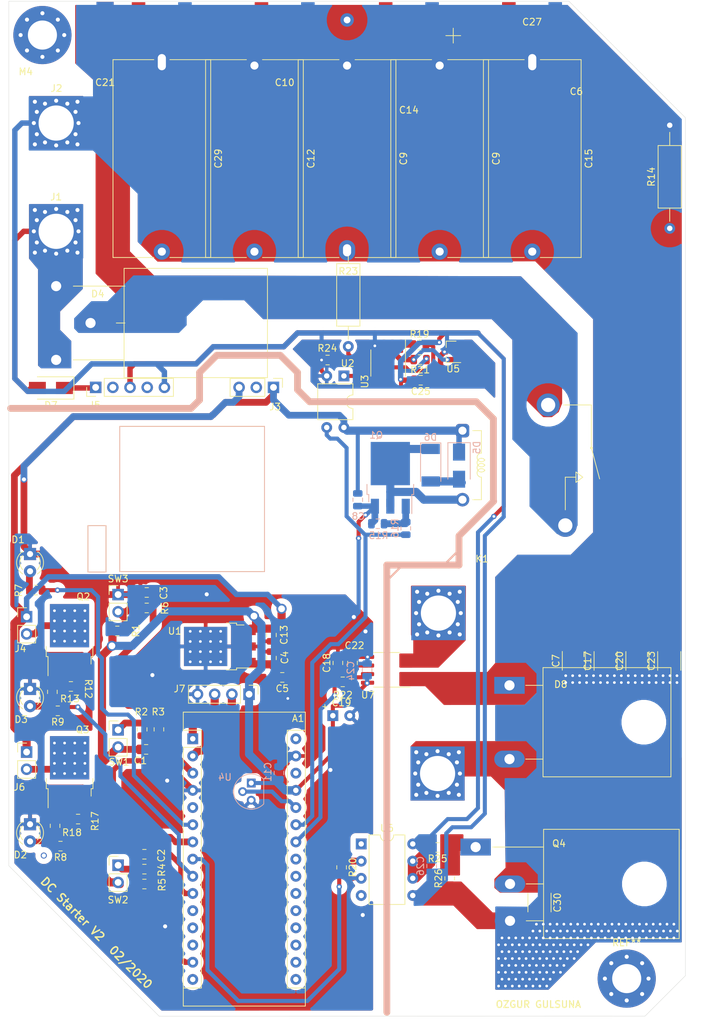
<source format=kicad_pcb>
(kicad_pcb (version 20171130) (host pcbnew 5.1.5)
  (layers (0 F.Cu signal) (31 B.Cu signal) (34 B.Paste user) (35 F.Paste user) (36 B.SilkS user) (37 F.SilkS user) (38 B.Mask user) (39 F.Mask user) (44 Edge.Cuts user))
  (net 0 "")
  (net 1 "Net-(A1-Pad1)")
  (net 2 "Net-(A1-Pad2)")
  (net 3 RESET)
  (net 4 GNDREF)
  (net 5 D4)
  (net 6 A5)
  (net 7 D6)
  (net 8 D7)
  (net 9 A7)
  (net 10 +5V)
  (net 11 D5)
  (net 12 D2)
  (net 13 D1)
  (net 14 +12V)
  (net 15 Bus+)
  (net 16 GND)
  (net 17 "Net-(C22-Pad1)")
  (net 18 12V)
  (net 19 "Net-(D1-Pad2)")
  (net 20 "Net-(D2-Pad2)")
  (net 21 "Net-(D3-Pad2)")
  (net 22 VDD)
  (net 23 "Net-(D4-Pad2)")
  (net 24 "Net-(D5-Pad2)")
  (net 25 "Net-(D6-Pad1)")
  (net 26 "Net-(D7-Pad1)")
  (net 27 "Net-(J4-Pad2)")
  (net 28 "Net-(Q1-Pad1)")
  (net 29 "Net-(Q2-Pad1)")
  (net 30 "Net-(Q3-Pad1)")
  (net 31 "Net-(Q4-Pad1)")
  (net 32 "Net-(R1-Pad1)")
  (net 33 "Net-(R2-Pad2)")
  (net 34 "Net-(R4-Pad2)")
  (net 35 "Net-(R19-Pad2)")
  (net 36 "Net-(R19-Pad1)")
  (net 37 "Net-(R20-Pad1)")
  (net 38 "Net-(R21-Pad2)")
  (net 39 "Net-(R22-Pad1)")
  (net 40 "Net-(R23-Pad2)")
  (net 41 "Net-(R25-Pad2)")
  (net 42 "Net-(A1-Pad17)")
  (net 43 "Net-(A1-Pad18)")
  (net 44 "Net-(A1-Pad19)")
  (net 45 "Net-(A1-Pad20)")
  (net 46 "Net-(A1-Pad5)")
  (net 47 "Net-(A1-Pad21)")
  (net 48 "Net-(A1-Pad22)")
  (net 49 "Net-(A1-Pad23)")
  (net 50 "Net-(A1-Pad11)")
  (net 51 "Net-(A1-Pad12)")
  (net 52 "Net-(A1-Pad28)")
  (net 53 "Net-(A1-Pad30)")
  (net 54 "Net-(U6-Pad1)")
  (net 55 "Net-(U6-Pad4)")
  (net 56 D11)
  (net 57 D3)
  (net 58 "Net-(A1-Pad13)")
  (net 59 A6)
  (net 60 "Net-(J3-Pad2)")
  (net 61 "Net-(J5-Pad2)")
  (net 62 "Net-(J5-Pad4)")
  (net 63 "Net-(C30-Pad1)")
  (net 64 "Net-(J6-Pad2)")
  (net 65 "Net-(J8-Pad1)")
  (module kicad_personal_lib:Cap_Parallel (layer F.Cu) (at 89.838 12.5548 180)
    (fp_text reference C27 (at 0 -3 180) (layer F.SilkS))
    (fp_text value CAP)
    (pad 1 smd rect (at -3.429 -4.064 180) (size 2 8) (layers B.Cu B.Paste B.Mask) (net 16 GND))
    (pad 2 smd rect (at 3.429 -2.564 180) (size 2 5) (layers F.Cu F.Paste F.Mask) (net 15 Bus+))
  )
  (module kicad_personal_lib:Cap_Parallel (layer F.Cu) (at 71.632931 24.7528)
    (fp_text reference C14 (at 0 3.81) (layer F.SilkS))
    (fp_text value CAP)
    (pad 2 smd rect (at -3.429 -9.128) (size 2 6) (layers F.Cu F.Paste F.Mask) (net 15 Bus+))
    (pad 1 smd rect (at 3.429 -8.128) (size 2 8) (layers B.Cu B.Paste B.Mask) (net 16 GND))
  )
  (module kicad_personal_lib:Cap_Parallel (layer F.Cu) (at 53.273 20.6908)
    (fp_text reference C10 (at 0 3.81) (layer F.SilkS))
    (fp_text value CAP)
    (pad 1 smd rect (at 3.429 -4.064) (size 2 8) (layers B.Cu B.Paste B.Mask) (net 16 GND))
    (pad 2 smd rect (at -3.429 -5.064) (size 2 6) (layers F.Cu F.Paste F.Mask) (net 15 Bus+))
  )
  (module kicad_personal_lib:Cap_Parallel (layer F.Cu) (at 35.103 12.5908 180)
    (fp_text reference C16 hide)
    (fp_text value CAP)
    (pad 1 smd rect (at -3.429 -4.04 180) (size 2 8) (layers B.Cu B.Paste B.Mask) (net 16 GND))
    (pad 2 smd rect (at 3.429 -2.54 180) (size 2 5) (layers F.Cu F.Paste F.Mask) (net 15 Bus+))
  )
  (module kicad_personal_lib:C_Rect_L29.0mm_W14.2mm_P27.50mm_MKT (layer F.Cu) (at 89.869 21.9908 270)
    (fp_text reference C15 (at 13.75 -8.35 90) (layer F.SilkS))
    (fp_text value CAP)
    (pad 2 thru_hole circle (at 27.5 0 270) (size 2.4 2.4) (drill 1.2) (layers *.Cu *.Mask) (net 15 Bus+) (clearance 2))
    (pad 1 thru_hole oval (at -0.5 0 270) (size 4.8 2.4) (drill oval 2.4 1.2) (layers *.Cu *.Mask) (net 16 GND) (clearance 1.5))
  )
  (module kicad_personal_lib:C_Rect_L29.0mm_W14.2mm_P27.50mm_MKT (layer F.Cu) (at 62.494 21.9945 270)
    (fp_text reference C9 (at 13.75 -8.35 270) (layer F.SilkS))
    (fp_text value CAP)
    (pad 1 thru_hole circle (at 0 0 270) (size 2.4 2.4) (drill 1.2) (layers *.Cu *.Mask) (net 16 GND) (clearance 2))
    (pad 2 thru_hole oval (at 27.3 0 270) (size 3 2.4) (drill oval 1.8 1.2) (layers *.Cu *.Mask) (net 15 Bus+) (clearance 2))
  )
  (module kicad_personal_lib:C_Rect_L29.0mm_W14.2mm_P27.50mm_MKT (layer F.Cu) (at 35.119 21.9908 270)
    (fp_text reference C29 (at 13.75 -8.35 270) (layer F.SilkS))
    (fp_text value CAP)
    (pad 2 thru_hole circle (at 27.5 0 270) (size 2.4 2.4) (drill 1.2) (layers *.Cu *.Mask) (net 15 Bus+) (clearance 2))
    (pad 1 thru_hole oval (at -0.5 0 270) (size 5 2.4) (drill oval 2.4 1.2) (layers *.Cu *.Mask) (net 16 GND) (clearance 1.5))
  )
  (module Resistor_THT:R_Axial_DIN0309_L9.0mm_D3.2mm_P15.24mm_Horizontal (layer F.Cu) (at 62.68 48.2708 270)
    (fp_text reference R23 (at 4.1148 0 180) (layer F.SilkS))
    (fp_text value 820kR)
    (pad 2 thru_hole oval (at 15.24 0 270) (size 1.6 1.6) (drill 0.8) (layers *.Cu *.Mask) (net 40 "Net-(R23-Pad2)"))
  )
  (module Package_TO_SOT_THT:TO-247-2_Horizontal_TabDown (layer F.Cu) (at 86.5 113.5908 270)
    (fp_text reference D8 (at -0.1436 -7.5744 180) (layer F.SilkS))
    (fp_text value "IXYS DSEI60-12A")
    (pad "" np_thru_hole oval (at 5.45 -19.86 270) (size 3.6 3.6) (drill 3.6) (layers *.Cu *.Mask) (clearance 1.5))
    (pad 1 thru_hole rect (at 0 0 270) (size 2.5 4.5) (drill 1.5) (layers *.Cu *.Mask) (net 15 Bus+))
    (pad 2 thru_hole oval (at 10.9 0 270) (size 2.5 4.5) (drill 1.5) (layers *.Cu *.Mask) (net 63 "Net-(C30-Pad1)"))
  )
  (module kicad_personal_lib:TO-247-3_Horizontal_TabDown (layer F.Cu) (at 86.58 137.4908 270)
    (fp_text reference Q4 (at -0.5232 -7.2404 180) (layer F.SilkS))
    (fp_text value IXFH50N60P3)
    (pad "" np_thru_hole oval (at 5.45 -19.86 270) (size 3.6 3.6) (drill 3.6) (layers *.Cu *.Mask) (clearance 1.5))
    (pad 1 thru_hole rect (at 0 5.08 270) (size 2.5 4.5) (drill 1.5) (layers *.Cu *.Mask) (net 31 "Net-(Q4-Pad1)"))
    (pad 2 thru_hole oval (at 5.45 0 270) (size 2.5 4.5) (drill 1.5) (layers *.Cu *.Mask) (net 63 "Net-(C30-Pad1)"))
    (pad 3 thru_hole oval (at 10.9 0 270) (size 2.5 4.5) (drill 1.5) (layers *.Cu *.Mask) (net 16 GND))
  )
  (module Capacitor_THT:CP_Radial_D6.3mm_P2.50mm (layer F.Cu) (at 60.394 118.07)
    (fp_text reference C19 (at 1.27 -1.905) (layer F.SilkS))
    (fp_text value 100uF)
    (pad 1 thru_hole rect (at 0 0) (size 1.6 1.6) (drill 0.8) (layers *.Cu *.Mask) (net 10 +5V))
    (pad 2 thru_hole circle (at 2.5 0) (size 1.6 1.6) (drill 0.8) (layers *.Cu *.Mask) (net 4 GNDREF))
  )
  (module Capacitor_SMD:C_1812_4532Metric (layer F.Cu) (at 90.9375 145.6925 270)
    (fp_text reference C30 (at 0 -2.65 270) (layer F.SilkS))
    (fp_text value "micro snubber HV")
    (pad 1 smd roundrect (at -2.1375 0 270) (size 1.125 3.4) (layers F.Cu F.Paste F.Mask) (roundrect_rratio 0.222222) (net 63 "Net-(C30-Pad1)"))
    (pad 2 smd roundrect (at 2.1375 0 270) (size 1.125 3.4) (layers F.Cu F.Paste F.Mask) (roundrect_rratio 0.222222) (net 16 GND))
  )
  (module Package_SO:SOIC-8_3.9x4.9mm_P1.27mm (layer F.Cu) (at 68.38 111.2968 180)
    (fp_text reference U7 (at 2.8044 -3.7252 180) (layer F.SilkS))
    (fp_text value ACS712-30A)
    (pad 1 smd roundrect (at -2.856 -1.905 180) (size 1.95 0.6) (layers F.Cu F.Paste F.Mask) (net 15 Bus+))
    (pad 2 smd roundrect (at -2.856 -0.635 180) (size 1.95 0.6) (layers F.Cu F.Paste F.Mask) (net 15 Bus+))
    (pad 3 smd roundrect (at -2.856 0.635 180) (size 1.95 0.6) (layers F.Cu F.Paste F.Mask) (net 65 "Net-(J8-Pad1)"))
    (pad 4 smd roundrect (at -2.856 1.905 180) (size 1.95 0.6) (layers F.Cu F.Paste F.Mask) (net 65 "Net-(J8-Pad1)"))
    (pad 5 smd roundrect (at 2.856 1.905 180) (size 1.95 0.6) (layers F.Cu F.Paste F.Mask) (net 4 GNDREF))
    (pad 6 smd roundrect (at 2.856 0.635 180) (size 1.95 0.6) (layers F.Cu F.Paste F.Mask) (net 17 "Net-(C22-Pad1)"))
    (pad 7 smd roundrect (at 2.856 -0.635 180) (size 1.95 0.6) (layers F.Cu F.Paste F.Mask) (net 39 "Net-(R22-Pad1)"))
    (pad 8 smd roundrect (at 2.856 -1.905 180) (size 1.95 0.6) (layers F.Cu F.Paste F.Mask) (net 10 +5V))
  )
  (module kicad_personal_lib:TO-247-3_Staggered_TabUp_1 (layer F.Cu) (at 24.578 65.4908 90)
    (fp_text reference D4 (at 9.7524 1.0688) (layer F.SilkS))
    (fp_text value RURG3060CC)
    (pad "" np_thru_hole oval (at 5.45 19.86 90) (size 3.6 3.6) (drill 3.6) (layers *.Cu *.Mask))
    (pad 1 thru_hole rect (at 0 -5.08 90) (size 2.5 4.5) (drill 1.5) (layers *.Cu *.Mask) (net 22 VDD))
    (pad 2 thru_hole oval (at 5.45 0 90) (size 2.5 4.5) (drill 1.5) (layers *.Cu *.Mask) (net 23 "Net-(D4-Pad2)"))
    (pad 1 thru_hole oval (at 10.9 -5.08 90) (size 2.5 4.5) (drill 1.5) (layers *.Cu *.Mask) (net 22 VDD))
  )
  (module kicad_personal_lib:TO-252-3_cool (layer F.Cu) (at 43.695 107.8476 180)
    (fp_text reference U1 (at 6.669 2.2744) (layer F.SilkS))
    (fp_text value L7805)
    (pad 2 smd rect (at 2.1 0 180) (size 6.4 5.8) (layers B.Cu F.Mask) (net 4 GNDREF))
    (pad 2 smd rect (at 2.1 0 180) (size 6.4 5.8) (layers F.Cu F.Mask) (net 4 GNDREF))
    (pad 3 smd rect (at -4.2 2.28 180) (size 2.2 1.2) (layers F.Cu F.Paste F.Mask) (net 10 +5V))
    (pad 2 smd rect (at -4.2 0 180) (size 2.2 1.2) (layers F.Cu F.Paste F.Mask) (net 4 GNDREF))
    (pad 1 smd rect (at -4.2 -2.28 180) (size 2.2 1.2) (layers F.Cu F.Paste F.Mask) (net 14 +12V))
  )
  (module kicad_personal_lib:TO-252-3_cool (layer F.Cu) (at 21.488 126.3928 90)
    (fp_text reference Q3 (at 6.24 1.9236 180) (layer F.SilkS))
    (fp_text value IRFZ44N)
    (pad 2 smd rect (at 2.1 0 90) (size 6.4 5.8) (layers B.Cu F.Mask) (net 64 "Net-(J6-Pad2)"))
    (pad 2 smd rect (at 2.1 0 90) (size 6.4 5.8) (layers F.Cu F.Mask) (net 64 "Net-(J6-Pad2)"))
    (pad 3 smd rect (at -4.2 2.28 90) (size 2.2 1.2) (layers F.Cu F.Paste F.Mask) (net 4 GNDREF))
    (pad 2 smd rect (at -4.2 0 90) (size 2.2 1.2) (layers F.Cu F.Paste F.Mask))
    (pad 1 smd rect (at -4.2 -2.28 90) (size 2.2 1.2) (layers F.Cu F.Paste F.Mask) (net 30 "Net-(Q3-Pad1)"))
  )
  (module kicad_personal_lib:TO-252-3_cool (layer F.Cu) (at 21.476 106.8728 90)
    (fp_text reference Q2 (at 6.3796 2.0372 180) (layer F.SilkS))
    (fp_text value IRFZ44N)
    (pad 2 smd rect (at 2.1 0 90) (size 6.4 5.8) (layers B.Cu F.Mask) (net 27 "Net-(J4-Pad2)"))
    (pad 2 smd rect (at 2.1 0 90) (size 6.4 5.8) (layers F.Cu F.Mask) (net 27 "Net-(J4-Pad2)"))
    (pad 3 smd rect (at -4.2 2.28 90) (size 2.2 1.2) (layers F.Cu F.Paste F.Mask) (net 4 GNDREF))
    (pad 2 smd rect (at -4.2 0 90) (size 2.2 1.2) (layers F.Cu F.Paste F.Mask))
    (pad 1 smd rect (at -4.2 -2.28 90) (size 2.2 1.2) (layers F.Cu F.Paste F.Mask) (net 29 "Net-(Q2-Pad1)"))
  )
  (module Package_TO_SOT_SMD:TO-252-3_TabPin2 (layer B.Cu) (at 68.888 82.9168 90)
    (fp_text reference Q1 (at 6.2996 -2.0932 180) (layer B.SilkS) (effects (justify mirror)))
    (fp_text value Q_NMOS_GDS)
    (pad 2 smd rect (at 2.1 0 90) (size 6.4 5.8) (layers B.Cu B.Mask) (net 25 "Net-(D6-Pad1)"))
    (pad 3 smd rect (at -4.2 -2.28 90) (size 2.2 1.2) (layers B.Cu B.Paste B.Mask) (net 4 GNDREF))
    (pad 2 smd rect (at -4.2 0 90) (size 2.2 1.2) (layers B.Cu B.Paste B.Mask) (net 25 "Net-(D6-Pad1)"))
    (pad 1 smd rect (at -4.2 2.28 90) (size 2.2 1.2) (layers B.Cu B.Paste B.Mask) (net 28 "Net-(Q1-Pad1)"))
  )
  (module kicad_personal_lib:Cap_Parallel_2 (layer F.Cu) (at 96.3835 22.0158)
    (fp_text reference C6 (at 0 3.81) (layer F.SilkS))
    (fp_text value CAP)
    (pad 2 smd custom (at 0 -2.54) (size 2.54 3) (layers F.Cu F.Paste F.Mask) (net 15 Bus+) (options (clearance outline) (anchor rect)) (primitives (gr_poly (pts (xy 1.27 0) (xy 1.27 -3.81) (xy -1.27 -6.35) (xy -1.27 0)) (width 0))))
    (pad 1 smd custom (at 0 -2.54) (size 2.54 3) (layers B.Cu B.Paste B.Mask) (net 16 GND) (options (clearance outline) (anchor rect)) (primitives (gr_poly (pts (xy 1.27 0) (xy 1.27 -3.81) (xy -1.27 -6.35) (xy -1.27 0)) (width 0))))
  )
  (module Resistor_SMD:R_0805_2012Metric (layer B.Cu) (at 67.0315 89.7068 180)
    (fp_text reference R15 (at -0.1189 -1.744) (layer B.SilkS) (effects (justify mirror)))
    (fp_text value 10kR)
    (pad 1 smd roundrect (at -0.9375 0 180) (size 0.975 1.4) (layers B.Cu B.Paste B.Mask) (net 28 "Net-(Q1-Pad1)"))
    (pad 2 smd roundrect (at 0.9375 0 180) (size 0.975 1.4) (layers B.Cu B.Paste B.Mask) (net 4 GNDREF))
  )
  (module kicad_personal_lib:Relay_SPDT_RAYEX-L90S (layer F.Cu) (at 85.216 83.0508 270)
    (fp_text reference K1 (at 11.8544 2.7748) (layer F.SilkS))
    (fp_text value HK15F_r)
    (pad A1 thru_hole roundrect (at -7.1 5.66 180) (size 2 2) (drill 1.2) (layers *.Cu *.Mask) (net 14 +12V))
    (pad 14 thru_hole circle (at -10.9 -7 180) (size 3.4 3.4) (drill 2.1) (layers *.Cu *.Mask) (net 15 Bus+) (clearance 1.5))
    (pad 11 thru_hole circle (at 6.9 -9.54 180) (size 3.4 3.4) (drill 2.1) (layers *.Cu *.Mask) (net 23 "Net-(D4-Pad2)"))
    (pad A2 thru_hole circle (at 3.1 5.66 180) (size 2 2) (drill 1.2) (layers *.Cu *.Mask) (net 25 "Net-(D6-Pad1)"))
  )
  (module Resistor_SMD:R_0805_2012Metric (layer F.Cu) (at 73.206 63.2908)
    (fp_text reference R19 (at -0.0104 -1.6088) (layer F.SilkS))
    (fp_text value 470R)
    (pad 2 smd roundrect (at 0.9375 0) (size 0.975 1.4) (layers F.Cu F.Paste F.Mask) (net 35 "Net-(R19-Pad2)"))
    (pad 1 smd roundrect (at -0.9375 0) (size 0.975 1.4) (layers F.Cu F.Paste F.Mask) (net 36 "Net-(R19-Pad1)"))
  )
  (module Resistor_SMD:R_0805_2012Metric (layer B.Cu) (at 64.077 86.1653 90)
    (fp_text reference C8 (at -2.4407 0.0762) (layer B.SilkS) (effects (justify mirror)))
    (fp_text value 100nF)
    (pad 1 smd roundrect (at -0.9375 0 90) (size 0.975 1.4) (layers B.Cu B.Paste B.Mask) (net 4 GNDREF))
    (pad 2 smd roundrect (at 0.9375 0 90) (size 0.975 1.4) (layers B.Cu B.Paste B.Mask) (net 14 +12V))
  )
  (module MountingHole:MountingHole_4.3mm_M4_Pad_Via (layer F.Cu) (at 103.828 156.932)
    (fp_text reference REF** (at 0 -5.3) (layer F.SilkS))
    (fp_text value MountingHole_4.3mm_M4_Pad_Via)
    (pad 1 thru_hole circle (at 0 0) (size 8.6 8.6) (drill 4.3) (layers *.Cu *.Mask))
    (pad 1 thru_hole circle (at 3.225 0) (size 0.9 0.9) (drill 0.6) (layers *.Cu *.Mask))
    (pad 1 thru_hole circle (at 2.280419 2.280419) (size 0.9 0.9) (drill 0.6) (layers *.Cu *.Mask))
    (pad 1 thru_hole circle (at 0 3.225) (size 0.9 0.9) (drill 0.6) (layers *.Cu *.Mask))
    (pad 1 thru_hole circle (at -2.280419 2.280419) (size 0.9 0.9) (drill 0.6) (layers *.Cu *.Mask))
    (pad 1 thru_hole circle (at -3.225 0) (size 0.9 0.9) (drill 0.6) (layers *.Cu *.Mask))
    (pad 1 thru_hole circle (at -2.280419 -2.280419) (size 0.9 0.9) (drill 0.6) (layers *.Cu *.Mask))
    (pad 1 thru_hole circle (at 0 -3.225) (size 0.9 0.9) (drill 0.6) (layers *.Cu *.Mask))
    (pad 1 thru_hole circle (at 2.280419 -2.280419) (size 0.9 0.9) (drill 0.6) (layers *.Cu *.Mask))
  )
  (module MountingHole:MountingHole_4.3mm_M4_Pad_Via (layer F.Cu) (at 17.468 17.486)
    (fp_text reference M4 (at -2.4632 5.4136) (layer F.SilkS))
    (fp_text value MountingHole_4.3mm_M4_Pad_Via)
    (pad 1 thru_hole circle (at 2.280419 -2.280419) (size 0.9 0.9) (drill 0.6) (layers *.Cu *.Mask))
    (pad 1 thru_hole circle (at 0 -3.225) (size 0.9 0.9) (drill 0.6) (layers *.Cu *.Mask))
    (pad 1 thru_hole circle (at -2.280419 -2.280419) (size 0.9 0.9) (drill 0.6) (layers *.Cu *.Mask))
    (pad 1 thru_hole circle (at -3.225 0) (size 0.9 0.9) (drill 0.6) (layers *.Cu *.Mask))
    (pad 1 thru_hole circle (at -2.280419 2.280419) (size 0.9 0.9) (drill 0.6) (layers *.Cu *.Mask))
    (pad 1 thru_hole circle (at 0 3.225) (size 0.9 0.9) (drill 0.6) (layers *.Cu *.Mask))
    (pad 1 thru_hole circle (at 2.280419 2.280419) (size 0.9 0.9) (drill 0.6) (layers *.Cu *.Mask))
    (pad 1 thru_hole circle (at 3.225 0) (size 0.9 0.9) (drill 0.6) (layers *.Cu *.Mask))
    (pad 1 thru_hole circle (at 0 0) (size 8.6 8.6) (drill 4.3) (layers *.Cu *.Mask))
  )
  (module Connector_PinHeader_2.54mm:PinHeader_1x03_P2.54mm_Vertical (layer F.Cu) (at 51.618 69.5548 270)
    (fp_text reference J3 (at 2.88 -0.252) (layer F.SilkS))
    (fp_text value Screw_Terminal_01x03)
    (pad 1 thru_hole rect (at 0 0 270) (size 1.7 1.7) (drill 1) (layers *.Cu *.Mask) (net 14 +12V))
    (pad 2 thru_hole oval (at 0 2.54 270) (size 1.7 1.7) (drill 1) (layers *.Cu *.Mask) (net 60 "Net-(J3-Pad2)"))
    (pad 3 thru_hole oval (at 0 5.08 270) (size 1.7 1.7) (drill 1) (layers *.Cu *.Mask) (net 4 GNDREF))
  )
  (module Connector_PinHeader_2.54mm:PinHeader_1x05_P2.54mm_Vertical (layer F.Cu) (at 25.338 69.5548 90)
    (fp_text reference J5 (at -2.626 -0.138 180) (layer F.SilkS))
    (fp_text value Screw_Terminal_01x05)
    (pad 5 thru_hole oval (at 0 10.16 90) (size 1.7 1.7) (drill 1) (layers *.Cu *.Mask) (net 16 GND))
    (pad 4 thru_hole oval (at 0 7.62 90) (size 1.7 1.7) (drill 1) (layers *.Cu *.Mask) (net 62 "Net-(J5-Pad4)"))
    (pad 3 thru_hole oval (at 0 5.08 90) (size 1.7 1.7) (drill 1) (layers *.Cu *.Mask) (net 18 12V))
    (pad 2 thru_hole oval (at 0 2.54 90) (size 1.7 1.7) (drill 1) (layers *.Cu *.Mask) (net 61 "Net-(J5-Pad2)"))
    (pad 1 thru_hole rect (at 0 0 90) (size 1.7 1.7) (drill 1) (layers *.Cu *.Mask) (net 26 "Net-(D7-Pad1)"))
  )
  (module Resistor_SMD:R_0805_2012Metric (layer F.Cu) (at 19.338 134.3548 90)
    (fp_text reference R18 (at -0.9872 2.4988 180) (layer F.SilkS))
    (fp_text value 100R)
    (pad 2 smd roundrect (at 0.9375 0 90) (size 0.975 1.4) (layers F.Cu F.Paste F.Mask) (net 30 "Net-(Q3-Pad1)"))
    (pad 1 smd roundrect (at -0.9375 0 90) (size 0.975 1.4) (layers F.Cu F.Paste F.Mask) (net 56 D11))
  )
  (module Diode_SMD:D_MELF (layer B.Cu) (at 74.857 81.0578 270)
    (fp_text reference D6 (at -4.1358 0.0358) (layer B.SilkS) (effects (justify mirror)))
    (fp_text value "18V zener")
    (pad 1 smd rect (at -2.4 0 270) (size 1.5 2.7) (layers B.Cu B.Paste B.Mask) (net 25 "Net-(D6-Pad1)"))
    (pad 2 smd rect (at 2.4 0 270) (size 1.5 2.7) (layers B.Cu B.Paste B.Mask) (net 24 "Net-(D5-Pad2)"))
  )
  (module kicad_personal_lib:Cap_12.8 (layer F.Cu) (at 75.694 14.8908 180)
    (fp_text reference C28 hide)
    (fp_text value CAP)
    (pad 2 thru_hole circle (at 13.194 -0.364 180) (size 2 2) (drill 1) (layers *.Cu *.Mask) (net 15 Bus+) (clearance 2))
  )
  (module kicad_personal_lib:C_Rect_L29.0mm_W14.2mm_P27.50mm_MKT (layer F.Cu) (at 76.1815 21.9908 270)
    (fp_text reference C9 (at 13.75 -8.35 90) (layer F.SilkS))
    (fp_text value CAP)
    (pad 2 thru_hole circle (at 27.5 0 270) (size 2.4 2.4) (drill 1.2) (layers *.Cu *.Mask) (net 15 Bus+) (clearance 2))
    (pad 1 thru_hole circle (at 0 0 270) (size 2.4 2.4) (drill 1.2) (layers *.Cu *.Mask) (net 16 GND) (clearance 2))
  )
  (module kicad_personal_lib:C_Rect_L29.0mm_W14.2mm_P27.50mm_MKT (layer F.Cu) (at 48.8065 21.9945 270)
    (fp_text reference C12 (at 13.75 -8.35 90) (layer F.SilkS))
    (fp_text value CAP)
    (pad 2 thru_hole circle (at 27.5 0 270) (size 2.4 2.4) (drill 1.2) (layers *.Cu *.Mask) (net 15 Bus+) (clearance 2))
    (pad 1 thru_hole circle (at 0 0 270) (size 2.4 2.4) (drill 1.2) (layers *.Cu *.Mask) (net 16 GND) (clearance 2))
  )
  (module Module:Arduino_Nano (layer F.Cu) (at 39.688 121.4908)
    (fp_text reference A1 (at 15.5752 -3.0144) (layer F.SilkS))
    (fp_text value Arduino_Nano_v3.x)
    (pad 1 thru_hole rect (at 0 0) (size 1.6 1.6) (drill 0.8) (layers *.Cu *.Mask) (net 1 "Net-(A1-Pad1)"))
    (pad 17 thru_hole oval (at 15.24 33.02) (size 1.6 1.6) (drill 0.8) (layers *.Cu *.Mask) (net 42 "Net-(A1-Pad17)"))
    (pad 2 thru_hole oval (at 0 2.54) (size 1.6 1.6) (drill 0.8) (layers *.Cu *.Mask) (net 2 "Net-(A1-Pad2)"))
    (pad 18 thru_hole oval (at 15.24 30.48) (size 1.6 1.6) (drill 0.8) (layers *.Cu *.Mask) (net 43 "Net-(A1-Pad18)"))
    (pad 3 thru_hole oval (at 0 5.08) (size 1.6 1.6) (drill 0.8) (layers *.Cu *.Mask) (net 3 RESET))
    (pad 19 thru_hole oval (at 15.24 27.94) (size 1.6 1.6) (drill 0.8) (layers *.Cu *.Mask) (net 44 "Net-(A1-Pad19)"))
    (pad 4 thru_hole oval (at 0 7.62) (size 1.6 1.6) (drill 0.8) (layers *.Cu *.Mask) (net 4 GNDREF))
    (pad 20 thru_hole oval (at 15.24 25.4) (size 1.6 1.6) (drill 0.8) (layers *.Cu *.Mask) (net 45 "Net-(A1-Pad20)"))
    (pad 5 thru_hole oval (at 0 10.16) (size 1.6 1.6) (drill 0.8) (layers *.Cu *.Mask) (net 46 "Net-(A1-Pad5)"))
    (pad 21 thru_hole oval (at 15.24 22.86) (size 1.6 1.6) (drill 0.8) (layers *.Cu *.Mask) (net 47 "Net-(A1-Pad21)"))
    (pad 6 thru_hole oval (at 0 12.7) (size 1.6 1.6) (drill 0.8) (layers *.Cu *.Mask) (net 57 D3))
    (pad 22 thru_hole oval (at 15.24 20.32) (size 1.6 1.6) (drill 0.8) (layers *.Cu *.Mask) (net 48 "Net-(A1-Pad22)"))
    (pad 7 thru_hole oval (at 0 15.24) (size 1.6 1.6) (drill 0.8) (layers *.Cu *.Mask) (net 5 D4))
    (pad 23 thru_hole oval (at 15.24 17.78) (size 1.6 1.6) (drill 0.8) (layers *.Cu *.Mask) (net 49 "Net-(A1-Pad23)"))
    (pad 8 thru_hole oval (at 0 17.78) (size 1.6 1.6) (drill 0.8) (layers *.Cu *.Mask) (net 11 D5))
    (pad 24 thru_hole oval (at 15.24 15.24) (size 1.6 1.6) (drill 0.8) (layers *.Cu *.Mask) (net 6 A5))
    (pad 9 thru_hole oval (at 0 20.32) (size 1.6 1.6) (drill 0.8) (layers *.Cu *.Mask) (net 7 D6))
    (pad 25 thru_hole oval (at 15.24 12.7) (size 1.6 1.6) (drill 0.8) (layers *.Cu *.Mask) (net 59 A6))
    (pad 10 thru_hole oval (at 0 22.86) (size 1.6 1.6) (drill 0.8) (layers *.Cu *.Mask) (net 8 D7))
    (pad 26 thru_hole oval (at 15.24 10.16) (size 1.6 1.6) (drill 0.8) (layers *.Cu *.Mask) (net 9 A7))
    (pad 11 thru_hole oval (at 0 25.4) (size 1.6 1.6) (drill 0.8) (layers *.Cu *.Mask) (net 50 "Net-(A1-Pad11)"))
    (pad 27 thru_hole oval (at 15.24 7.62) (size 1.6 1.6) (drill 0.8) (layers *.Cu *.Mask) (net 10 +5V))
    (pad 12 thru_hole oval (at 0 27.94) (size 1.6 1.6) (drill 0.8) (layers *.Cu *.Mask) (net 51 "Net-(A1-Pad12)"))
    (pad 28 thru_hole oval (at 15.24 5.08) (size 1.6 1.6) (drill 0.8) (layers *.Cu *.Mask) (net 52 "Net-(A1-Pad28)"))
    (pad 13 thru_hole oval (at 0 30.48) (size 1.6 1.6) (drill 0.8) (layers *.Cu *.Mask) (net 58 "Net-(A1-Pad13)"))
    (pad 29 thru_hole oval (at 15.24 2.54) (size 1.6 1.6) (drill 0.8) (layers *.Cu *.Mask) (net 4 GNDREF))
    (pad 14 thru_hole oval (at 0 33.02) (size 1.6 1.6) (drill 0.8) (layers *.Cu *.Mask) (net 56 D11))
    (pad 30 thru_hole oval (at 15.24 0) (size 1.6 1.6) (drill 0.8) (layers *.Cu *.Mask) (net 53 "Net-(A1-Pad30)"))
    (pad 15 thru_hole oval (at 0 35.56) (size 1.6 1.6) (drill 0.8) (layers *.Cu *.Mask) (net 12 D2))
    (pad 16 thru_hole oval (at 15.24 35.56) (size 1.6 1.6) (drill 0.8) (layers *.Cu *.Mask) (net 13 D1))
  )
  (module Resistor_SMD:R_0805_2012Metric (layer F.Cu) (at 32.7965 123.0548 180)
    (fp_text reference C1 (at 0.8505 -1.67) (layer F.SilkS))
    (fp_text value 100nF)
    (pad 1 smd roundrect (at -0.9375 0 180) (size 0.975 1.4) (layers F.Cu F.Paste F.Mask) (net 5 D4))
    (pad 2 smd roundrect (at 0.9375 0 180) (size 0.975 1.4) (layers F.Cu F.Paste F.Mask) (net 10 +5V))
  )
  (module Resistor_SMD:R_0805_2012Metric (layer F.Cu) (at 32.538 138.5548 180)
    (fp_text reference C2 (at -2.5068 -0.1908 90) (layer F.SilkS))
    (fp_text value 100nF)
    (pad 2 smd roundrect (at 0.9375 0 180) (size 0.975 1.4) (layers F.Cu F.Paste F.Mask) (net 10 +5V))
    (pad 1 smd roundrect (at -0.9375 0 180) (size 0.975 1.4) (layers F.Cu F.Paste F.Mask) (net 8 D7))
  )
  (module Resistor_SMD:R_0805_2012Metric (layer F.Cu) (at 32.8865 99.8668 180)
    (fp_text reference C3 (at -2.5139 -0.0676 90) (layer F.SilkS))
    (fp_text value 100nF)
    (pad 1 smd roundrect (at -0.9375 0 180) (size 0.975 1.4) (layers F.Cu F.Paste F.Mask) (net 3 RESET))
    (pad 2 smd roundrect (at 0.9375 0 180) (size 0.975 1.4) (layers F.Cu F.Paste F.Mask) (net 4 GNDREF))
  )
  (module Resistor_SMD:R_0805_2012Metric (layer F.Cu) (at 51.315 109.5471 270)
    (fp_text reference C4 (at -0.0623 -1.967 90) (layer F.SilkS))
    (fp_text value 22uF)
    (pad 1 smd roundrect (at -0.9375 0 270) (size 0.975 1.4) (layers F.Cu F.Paste F.Mask) (net 4 GNDREF))
    (pad 2 smd roundrect (at 0.9375 0 270) (size 0.975 1.4) (layers F.Cu F.Paste F.Mask) (net 14 +12V))
  )
  (module Resistor_SMD:R_0805_2012Metric (layer F.Cu) (at 52.9175 112.4196 180)
    (fp_text reference C5 (at 0 -1.65) (layer F.SilkS))
    (fp_text value 22uF)
    (pad 1 smd roundrect (at -0.9375 0 180) (size 0.975 1.4) (layers F.Cu F.Paste F.Mask) (net 4 GNDREF))
    (pad 2 smd roundrect (at 0.9375 0 180) (size 0.975 1.4) (layers F.Cu F.Paste F.Mask) (net 14 +12V))
  )
  (module Resistor_SMD:R_0805_2012Metric (layer B.Cu) (at 52.4288 126.5368 270)
    (fp_text reference C11 (at -0.1356 1.636 270) (layer B.SilkS) (effects (justify mirror)))
    (fp_text value 10uF)
    (pad 2 smd roundrect (at 0.9375 0 270) (size 0.975 1.4) (layers B.Cu B.Paste B.Mask) (net 10 +5V))
    (pad 1 smd roundrect (at -0.9375 0 270) (size 0.975 1.4) (layers B.Cu B.Paste B.Mask) (net 4 GNDREF))
  )
  (module Resistor_SMD:R_0805_2012Metric (layer F.Cu) (at 51.315 106.1481 90)
    (fp_text reference C13 (at 0.0161 1.8654 90) (layer F.SilkS))
    (fp_text value 10uF)
    (pad 2 smd roundrect (at 0.9375 0 90) (size 0.975 1.4) (layers F.Cu F.Paste F.Mask) (net 10 +5V))
    (pad 1 smd roundrect (at -0.9375 0 90) (size 0.975 1.4) (layers F.Cu F.Paste F.Mask) (net 4 GNDREF))
  )
  (module Resistor_SMD:R_0805_2012Metric (layer F.Cu) (at 61.141 110.2808 90)
    (fp_text reference C18 (at 0 -1.65 90) (layer F.SilkS))
    (fp_text value 1nF)
    (pad 1 smd roundrect (at -0.9375 0 90) (size 0.975 1.4) (layers F.Cu F.Paste F.Mask) (net 6 A5))
    (pad 2 smd roundrect (at 0.9375 0 90) (size 0.975 1.4) (layers F.Cu F.Paste F.Mask) (net 4 GNDREF))
  )
  (module Resistor_SMD:R_0805_2012Metric (layer F.Cu) (at 63.3 110.2808 90)
    (fp_text reference C22 (at 2.574 0.2944 180) (layer F.SilkS))
    (fp_text value 1nF)
    (pad 1 smd roundrect (at -0.9375 0 90) (size 0.975 1.4) (layers F.Cu F.Paste F.Mask) (net 17 "Net-(C22-Pad1)"))
    (pad 2 smd roundrect (at 0.9375 0 90) (size 0.975 1.4) (layers F.Cu F.Paste F.Mask) (net 4 GNDREF))
  )
  (module Resistor_SMD:R_0805_2012Metric (layer B.Cu) (at 65.459 111.3118 90)
    (fp_text reference C24 (at -0.1542 -2.4234 90) (layer B.SilkS) (effects (justify mirror)))
    (fp_text value 100nF)
    (pad 2 smd roundrect (at 0.9375 0 90) (size 0.975 1.4) (layers B.Cu B.Paste B.Mask) (net 4 GNDREF))
    (pad 1 smd roundrect (at -0.9375 0 90) (size 0.975 1.4) (layers B.Cu B.Paste B.Mask) (net 10 +5V))
  )
  (module Resistor_SMD:R_0805_2012Metric (layer B.Cu) (at 74.999 140.295 270)
    (fp_text reference C26 (at 0 1.65 270) (layer B.SilkS) (effects (justify mirror)))
    (fp_text value C)
    (pad 2 smd roundrect (at 0.9375 0 270) (size 0.975 1.4) (layers B.Cu B.Paste B.Mask) (net 16 GND))
    (pad 1 smd roundrect (at -0.9375 0 270) (size 0.975 1.4) (layers B.Cu B.Paste B.Mask) (net 18 12V))
  )
  (module LED_THT:LED_D3.0mm (layer F.Cu) (at 15.64 94.1868 270)
    (fp_text reference D1 (at -2.1264 1.7788 180) (layer F.SilkS))
    (fp_text value LED)
    (pad 1 thru_hole rect (at 0 0 270) (size 1.8 1.8) (drill 0.9) (layers *.Cu *.Mask) (net 4 GNDREF))
    (pad 2 thru_hole circle (at 2.54 0 270) (size 1.8 1.8) (drill 0.9) (layers *.Cu *.Mask) (net 19 "Net-(D1-Pad2)"))
  )
  (module LED_THT:LED_D3.0mm (layer F.Cu) (at 15.64 134.1208 270)
    (fp_text reference D2 (at 4.5232 1.4232 180) (layer F.SilkS))
    (fp_text value LED)
    (pad 2 thru_hole circle (at 2.54 0 270) (size 1.8 1.8) (drill 0.9) (layers *.Cu *.Mask) (net 20 "Net-(D2-Pad2)"))
    (pad 1 thru_hole rect (at 0 0 270) (size 1.8 1.8) (drill 0.9) (layers *.Cu *.Mask) (net 4 GNDREF))
  )
  (module LED_THT:LED_D3.0mm (layer F.Cu) (at 15.64 114.1208 270)
    (fp_text reference D3 (at 4.508 1.3216 180) (layer F.SilkS))
    (fp_text value LED)
    (pad 1 thru_hole rect (at 0 0 270) (size 1.8 1.8) (drill 0.9) (layers *.Cu *.Mask) (net 4 GNDREF))
    (pad 2 thru_hole circle (at 2.54 0 270) (size 1.8 1.8) (drill 0.9) (layers *.Cu *.Mask) (net 21 "Net-(D3-Pad2)"))
  )
  (module Diode_SMD:D_SMA (layer B.Cu) (at 79.048 81.1216 270)
    (fp_text reference D5 (at -2.6756 -2.6312 90) (layer B.SilkS) (effects (justify mirror)))
    (fp_text value 1N4007)
    (pad 2 smd rect (at 2 0 270) (size 2.5 1.8) (layers B.Cu B.Paste B.Mask) (net 24 "Net-(D5-Pad2)"))
    (pad 1 smd rect (at -2 0 270) (size 2.5 1.8) (layers B.Cu B.Paste B.Mask) (net 14 +12V))
  )
  (module Diode_SMD:D_SMA (layer F.Cu) (at 18.723 69.6408 180)
    (fp_text reference D7 (at 0 -2.54) (layer F.SilkS))
    (fp_text value 1N4007)
    (pad 1 smd rect (at -2 0 180) (size 2.5 1.8) (layers F.Cu F.Paste F.Mask) (net 26 "Net-(D7-Pad1)"))
    (pad 2 smd rect (at 2 0 180) (size 2.5 1.8) (layers F.Cu F.Paste F.Mask) (net 22 VDD))
  )
  (module kicad_personal_lib:M5 (layer F.Cu) (at 19.5 46.4908)
    (fp_text reference J1 (at 0 -5.078) (layer F.SilkS))
    (fp_text value VDD)
    (pad 1 thru_hole rect (at 0 0) (size 8 8) (drill 5.2) (layers *.Cu *.Mask) (net 22 VDD))
  )
  (module kicad_personal_lib:M5 (layer F.Cu) (at 19.5 30.4908)
    (fp_text reference J2 (at 0.0508 -5.1308) (layer F.SilkS))
    (fp_text value VSS)
    (pad 1 thru_hole rect (at 0 0) (size 8 8) (drill 5.2) (layers *.Cu *.Mask) (net 16 GND))
  )
  (module Connector_PinHeader_2.54mm:PinHeader_1x02_P2.54mm_Vertical (layer F.Cu) (at 15.132 103.4528)
    (fp_text reference J4 (at -0.9152 4.7112) (layer F.SilkS))
    (fp_text value Klemens)
    (pad 1 thru_hole rect (at 0 0) (size 1.7 1.7) (drill 1) (layers *.Cu *.Mask) (net 14 +12V))
    (pad 2 thru_hole oval (at 0 2.54) (size 1.7 1.7) (drill 1) (layers *.Cu *.Mask) (net 27 "Net-(J4-Pad2)"))
  )
  (module Connector_PinHeader_2.54mm:PinHeader_1x02_P2.54mm_Vertical (layer F.Cu) (at 15.132 123.4528)
    (fp_text reference J6 (at -1.0676 5.1836) (layer F.SilkS))
    (fp_text value Klemens)
    (pad 2 thru_hole oval (at 0 2.54) (size 1.7 1.7) (drill 1) (layers *.Cu *.Mask) (net 64 "Net-(J6-Pad2)"))
    (pad 1 thru_hole rect (at 0 0) (size 1.7 1.7) (drill 1) (layers *.Cu *.Mask) (net 14 +12V))
  )
  (module Connector_PinHeader_2.54mm:PinHeader_1x04_P2.54mm_Vertical (layer F.Cu) (at 48.0092 114.9036 270)
    (fp_text reference J7 (at -0.796 10.272 180) (layer F.SilkS))
    (fp_text value Conn_01x04_Male)
    (pad 1 thru_hole rect (at 0 0 270) (size 1.7 1.7) (drill 1) (layers *.Cu *.Mask) (net 10 +5V))
    (pad 2 thru_hole oval (at 0 2.54 270) (size 1.7 1.7) (drill 1) (layers *.Cu *.Mask) (net 2 "Net-(A1-Pad2)"))
    (pad 3 thru_hole oval (at 0 5.08 270) (size 1.7 1.7) (drill 1) (layers *.Cu *.Mask) (net 1 "Net-(A1-Pad1)"))
    (pad 4 thru_hole oval (at 0 7.62 270) (size 1.7 1.7) (drill 1) (layers *.Cu *.Mask) (net 4 GNDREF))
  )
  (module kicad_personal_lib:M5 (layer F.Cu) (at 76 102.9148)
    (fp_text reference J8 hide)
    (fp_text value "conn_Motor (+)")
    (pad 1 thru_hole rect (at 0 0) (size 8 8) (drill 5.2) (layers *.Cu *.Mask) (net 65 "Net-(J8-Pad1)"))
  )
  (module kicad_personal_lib:M5 (layer F.Cu) (at 75.873 126.6238)
    (fp_text reference J9 hide)
    (fp_text value "conn_Motor (-)")
    (pad 1 thru_hole rect (at 0 0) (size 8 8) (drill 5.2) (layers *.Cu *.Mask) (net 63 "Net-(C30-Pad1)"))
  )
  (module Resistor_SMD:R_0805_2012Metric (layer F.Cu) (at 28.538 105.5548 180)
    (fp_text reference R1 (at -2.7476 0.0324 90) (layer F.SilkS))
    (fp_text value 100R)
    (pad 2 smd roundrect (at 0.9375 0 180) (size 0.975 1.4) (layers F.Cu F.Paste F.Mask) (net 10 +5V))
    (pad 1 smd roundrect (at -0.9375 0 180) (size 0.975 1.4) (layers F.Cu F.Paste F.Mask) (net 32 "Net-(R1-Pad1)"))
  )
  (module Resistor_SMD:R_0805_2012Metric (layer F.Cu) (at 32.21 120.0983 90)
    (fp_text reference R2 (at 2.5871 -0.1116 180) (layer F.SilkS))
    (fp_text value 100R)
    (pad 2 smd roundrect (at 0.9375 0 90) (size 0.975 1.4) (layers F.Cu F.Paste F.Mask) (net 33 "Net-(R2-Pad2)"))
    (pad 1 smd roundrect (at -0.9375 0 90) (size 0.975 1.4) (layers F.Cu F.Paste F.Mask) (net 5 D4))
  )
  (module Resistor_SMD:R_0805_2012Metric (layer F.Cu) (at 34.688 120.0983 270)
    (fp_text reference R3 (at -2.5871 0.1004 180) (layer F.SilkS))
    (fp_text value 100R)
    (pad 1 smd roundrect (at -0.9375 0 270) (size 0.975 1.4) (layers F.Cu F.Paste F.Mask) (net 33 "Net-(R2-Pad2)"))
    (pad 2 smd roundrect (at 0.9375 0 270) (size 0.975 1.4) (layers F.Cu F.Paste F.Mask) (net 4 GNDREF))
  )
  (module Resistor_SMD:R_0805_2012Metric (layer F.Cu) (at 32.538 140.7548 180)
    (fp_text reference R4 (at -2.5576 -0.1244 270) (layer F.SilkS))
    (fp_text value 100R)
    (pad 1 smd roundrect (at -0.9375 0 180) (size 0.975 1.4) (layers F.Cu F.Paste F.Mask) (net 8 D7))
    (pad 2 smd roundrect (at 0.9375 0 180) (size 0.975 1.4) (layers F.Cu F.Paste F.Mask) (net 34 "Net-(R4-Pad2)"))
  )
  (module Resistor_SMD:R_0805_2012Metric (layer F.Cu) (at 32.538 142.9548)
    (fp_text reference R5 (at 2.6084 0.1088 90) (layer F.SilkS))
    (fp_text value 100R)
    (pad 2 smd roundrect (at 0.9375 0) (size 0.975 1.4) (layers F.Cu F.Paste F.Mask) (net 4 GNDREF))
    (pad 1 smd roundrect (at -0.9375 0) (size 0.975 1.4) (layers F.Cu F.Paste F.Mask) (net 34 "Net-(R4-Pad2)"))
  )
  (module Resistor_SMD:R_0805_2012Metric (layer F.Cu) (at 32.8865 102.1528)
    (fp_text reference R6 (at 2.6663 0.0168 90) (layer F.SilkS))
    (fp_text value 100R)
    (pad 1 smd roundrect (at -0.9375 0) (size 0.975 1.4) (layers F.Cu F.Paste F.Mask) (net 32 "Net-(R1-Pad1)"))
    (pad 2 smd roundrect (at 0.9375 0) (size 0.975 1.4) (layers F.Cu F.Paste F.Mask) (net 3 RESET))
  )
  (module Resistor_SMD:R_0805_2012Metric (layer F.Cu) (at 16.4805 99.5108 180)
    (fp_text reference R7 (at 2.5177 -0.068 270) (layer F.SilkS))
    (fp_text value 100R)
    (pad 1 smd roundrect (at -0.9375 0 180) (size 0.975 1.4) (layers F.Cu F.Paste F.Mask) (net 57 D3))
    (pad 2 smd roundrect (at 0.9375 0 180) (size 0.975 1.4) (layers F.Cu F.Paste F.Mask) (net 19 "Net-(D1-Pad2)"))
  )
  (module Resistor_SMD:R_0805_2012Metric (layer F.Cu) (at 20.138 137.3548 180)
    (fp_text reference R8 (at 0 -1.65) (layer F.SilkS))
    (fp_text value 100R)
    (pad 1 smd roundrect (at -0.9375 0 180) (size 0.975 1.4) (layers F.Cu F.Paste F.Mask) (net 56 D11))
    (pad 2 smd roundrect (at 0.9375 0 180) (size 0.975 1.4) (layers F.Cu F.Paste F.Mask) (net 20 "Net-(D2-Pad2)"))
  )
  (module Resistor_SMD:R_0805_2012Metric (layer F.Cu) (at 19.738 117.3548 180)
    (fp_text reference R9 (at 0 -1.65) (layer F.SilkS))
    (fp_text value 100R)
    (pad 2 smd roundrect (at 0.9375 0 180) (size 0.975 1.4) (layers F.Cu F.Paste F.Mask) (net 21 "Net-(D3-Pad2)"))
    (pad 1 smd roundrect (at -0.9375 0 180) (size 0.975 1.4) (layers F.Cu F.Paste F.Mask) (net 7 D6))
  )
  (module Resistor_SMD:R_0805_2012Metric (layer F.Cu) (at 21.6755 113.7548)
    (fp_text reference R12 (at 2.5997 0.3528 270 unlocked) (layer F.SilkS))
    (fp_text value 10kR)
    (pad 2 smd roundrect (at 0.9375 0) (size 0.975 1.4) (layers F.Cu F.Paste F.Mask) (net 4 GNDREF))
    (pad 1 smd roundrect (at -0.9375 0) (size 0.975 1.4) (layers F.Cu F.Paste F.Mask) (net 29 "Net-(Q2-Pad1)"))
  )
  (module Resistor_SMD:R_0805_2012Metric (layer F.Cu) (at 18.938 114.5548 90)
    (fp_text reference R13 (at -1.026 2.594 180) (layer F.SilkS))
    (fp_text value 100R)
    (pad 1 smd roundrect (at -0.9375 0 90) (size 0.975 1.4) (layers F.Cu F.Paste F.Mask) (net 7 D6))
    (pad 2 smd roundrect (at 0.9375 0 90) (size 0.975 1.4) (layers F.Cu F.Paste F.Mask) (net 29 "Net-(Q2-Pad1)"))
  )
  (module Resistor_THT:R_Axial_DIN0309_L9.0mm_D3.2mm_P15.24mm_Horizontal (layer F.Cu) (at 110.188 46.0548 90)
    (fp_text reference R14 (at 7.62 -2.72 90) (layer F.SilkS))
    (fp_text value "56kR 1W")
    (pad 1 thru_hole circle (at 0 0 90) (size 1.6 1.6) (drill 0.8) (layers *.Cu *.Mask) (net 15 Bus+) (clearance 2))
    (pad 2 thru_hole oval (at 15.24 0 90) (size 1.6 1.6) (drill 0.8) (layers *.Cu *.Mask) (net 16 GND) (clearance 2))
  )
  (module Resistor_SMD:R_0805_2012Metric (layer B.Cu) (at 71.174 90.3903 90)
    (fp_text reference R16 (at 0.0125 -1.6 270) (layer B.SilkS) (effects (justify mirror)))
    (fp_text value 100R)
    (pad 2 smd roundrect (at 0.9375 0 90) (size 0.975 1.4) (layers B.Cu B.Paste B.Mask) (net 28 "Net-(Q1-Pad1)"))
    (pad 1 smd roundrect (at -0.9375 0 90) (size 0.975 1.4) (layers B.Cu B.Paste B.Mask) (net 59 A6))
  )
  (module Resistor_SMD:R_0805_2012Metric (layer F.Cu) (at 22.738 133.3548)
    (fp_text reference R17 (at 2.5024 0.3108 -90) (layer F.SilkS))
    (fp_text value 10kR)
    (pad 2 smd roundrect (at 0.9375 0) (size 0.975 1.4) (layers F.Cu F.Paste F.Mask) (net 4 GNDREF))
    (pad 1 smd roundrect (at -0.9375 0) (size 0.975 1.4) (layers F.Cu F.Paste F.Mask) (net 30 "Net-(Q3-Pad1)"))
  )
  (module Resistor_SMD:R_0805_2012Metric (layer F.Cu) (at 61.688 140.4923 270)
    (fp_text reference R20 (at 0 -1.65 90) (layer F.SilkS))
    (fp_text value 47R)
    (pad 2 smd roundrect (at 0.9375 0 270) (size 0.975 1.4) (layers F.Cu F.Paste F.Mask) (net 11 D5))
    (pad 1 smd roundrect (at -0.9375 0 270) (size 0.975 1.4) (layers F.Cu F.Paste F.Mask) (net 37 "Net-(R20-Pad1)"))
  )
  (module Resistor_SMD:R_0805_2012Metric (layer F.Cu) (at 73.2845 65.4498 180)
    (fp_text reference R21 (at -0.0127 -1.5154) (layer F.SilkS))
    (fp_text value 330R)
    (pad 1 smd roundrect (at -0.9375 0 180) (size 0.975 1.4) (layers F.Cu F.Paste F.Mask) (net 18 12V))
    (pad 2 smd roundrect (at 0.9375 0 180) (size 0.975 1.4) (layers F.Cu F.Paste F.Mask) (net 38 "Net-(R21-Pad2)"))
  )
  (module Resistor_SMD:R_0805_2012Metric (layer F.Cu) (at 61.8545 113.0748 180)
    (fp_text reference R22 (at -0.0127 -1.9472) (layer F.SilkS))
    (fp_text value 47R)
    (pad 1 smd roundrect (at -0.9375 0 180) (size 0.975 1.4) (layers F.Cu F.Paste F.Mask) (net 39 "Net-(R22-Pad1)"))
    (pad 2 smd roundrect (at 0.9375 0 180) (size 0.975 1.4) (layers F.Cu F.Paste F.Mask) (net 6 A5))
  )
  (module Resistor_SMD:R_0805_2012Metric (layer F.Cu) (at 59.617 65.5133)
    (fp_text reference R24 (at -0.0358 -1.7485) (layer F.SilkS))
    (fp_text value 8.2kR)
    (pad 1 smd roundrect (at -0.9375 0) (size 0.975 1.4) (layers F.Cu F.Paste F.Mask) (net 16 GND))
    (pad 2 smd roundrect (at 0.9375 0) (size 0.975 1.4) (layers F.Cu F.Paste F.Mask) (net 40 "Net-(R23-Pad2)"))
  )
  (module Resistor_SMD:R_0805_2012Metric (layer F.Cu) (at 75.8755 137.5548 180)
    (fp_text reference R25 (at 0 -1.65) (layer F.SilkS))
    (fp_text value 47R)
    (pad 2 smd roundrect (at 0.9375 0 180) (size 0.975 1.4) (layers F.Cu F.Paste F.Mask) (net 41 "Net-(R25-Pad2)"))
    (pad 1 smd roundrect (at -0.9375 0 180) (size 0.975 1.4) (layers F.Cu F.Paste F.Mask) (net 31 "Net-(Q4-Pad1)"))
  )
  (module Resistor_SMD:R_0805_2012Metric (layer F.Cu) (at 77.666 142.1173 90)
    (fp_text reference R26 (at 0 -1.65 90) (layer F.SilkS))
    (fp_text value 10kR)
    (pad 1 smd roundrect (at -0.9375 0 90) (size 0.975 1.4) (layers F.Cu F.Paste F.Mask) (net 16 GND))
    (pad 2 smd roundrect (at 0.9375 0 90) (size 0.975 1.4) (layers F.Cu F.Paste F.Mask) (net 31 "Net-(Q4-Pad1)"))
  )
  (module Connector_PinHeader_2.54mm:PinHeader_1x02_P2.54mm_Vertical (layer F.Cu) (at 28.654 120.1768)
    (fp_text reference SW1 (at 0.1424 4.7512) (layer F.SilkS))
    (fp_text value SW_Push)
    (pad 2 thru_hole oval (at 0 2.54) (size 1.7 1.7) (drill 1) (layers *.Cu *.Mask) (net 10 +5V))
    (pad 1 thru_hole rect (at 0 0) (size 1.7 1.7) (drill 1) (layers *.Cu *.Mask) (net 33 "Net-(R2-Pad2)"))
  )
  (module Connector_PinHeader_2.54mm:PinHeader_1x02_P2.54mm_Vertical (layer F.Cu) (at 28.654 140.1768)
    (fp_text reference SW2 (at -0.01 5.122) (layer F.SilkS))
    (fp_text value SW_Push)
    (pad 2 thru_hole oval (at 0 2.54) (size 1.7 1.7) (drill 1) (layers *.Cu *.Mask) (net 10 +5V))
    (pad 1 thru_hole rect (at 0 0) (size 1.7 1.7) (drill 1) (layers *.Cu *.Mask) (net 34 "Net-(R4-Pad2)"))
  )
  (module Connector_PinHeader_2.54mm:PinHeader_1x02_P2.54mm_Vertical (layer F.Cu) (at 28.654 100.1768)
    (fp_text reference SW3 (at 0 -2.33) (layer F.SilkS))
    (fp_text value SW_Push)
    (pad 1 thru_hole rect (at 0 0) (size 1.7 1.7) (drill 1) (layers *.Cu *.Mask) (net 4 GNDREF))
    (pad 2 thru_hole oval (at 0 2.54) (size 1.7 1.7) (drill 1) (layers *.Cu *.Mask) (net 32 "Net-(R1-Pad1)"))
  )
  (module Package_DIP:DIP-4_W7.62mm (layer F.Cu) (at 62.03 67.8628 270)
    (fp_text reference U2 (at -1.8628 -0.5484 180) (layer F.SilkS))
    (fp_text value PC817)
    (pad 1 thru_hole rect (at 0 0 270) (size 1.6 1.6) (drill 0.8) (layers *.Cu *.Mask) (net 35 "Net-(R19-Pad2)"))
    (pad 3 thru_hole oval (at 7.62 2.54 270) (size 1.6 1.6) (drill 0.8) (layers *.Cu *.Mask) (net 59 A6))
    (pad 2 thru_hole oval (at 0 2.54 270) (size 1.6 1.6) (drill 0.8) (layers *.Cu *.Mask) (net 16 GND))
    (pad 4 thru_hole oval (at 7.62 0 270) (size 1.6 1.6) (drill 0.8) (layers *.Cu *.Mask) (net 14 +12V))
  )
  (module Package_SO:SOIC-8_3.9x4.9mm_P1.27mm (layer F.Cu) (at 68.5705 65.9578 270)
    (fp_text reference U3 (at 2.7346 3.4521 90) (layer F.SilkS))
    (fp_text value LM358)
    (pad 8 smd roundrect (at 2.475 -1.905 270) (size 1.95 0.6) (layers F.Cu F.Paste F.Mask) (net 18 12V))
    (pad 7 smd roundrect (at 2.475 -0.635 270) (size 1.95 0.6) (layers F.Cu F.Paste F.Mask))
    (pad 6 smd roundrect (at 2.475 0.635 270) (size 1.95 0.6) (layers F.Cu F.Paste F.Mask))
    (pad 5 smd roundrect (at 2.475 1.905 270) (size 1.95 0.6) (layers F.Cu F.Paste F.Mask))
    (pad 4 smd roundrect (at -2.475 1.905 270) (size 1.95 0.6) (layers F.Cu F.Paste F.Mask) (net 16 GND))
    (pad 3 smd roundrect (at -2.475 0.635 270) (size 1.95 0.6) (layers F.Cu F.Paste F.Mask) (net 40 "Net-(R23-Pad2)"))
    (pad 2 smd roundrect (at -2.475 -0.635 270) (size 1.95 0.6) (layers F.Cu F.Paste F.Mask) (net 38 "Net-(R21-Pad2)"))
    (pad 1 smd roundrect (at -2.475 -1.905 270) (size 1.95 0.6) (layers F.Cu F.Paste F.Mask) (net 36 "Net-(R19-Pad1)"))
  )
  (module Package_TO_SOT_THT:TO-92 (layer B.Cu) (at 48.329 128.0268 270)
    (fp_text reference U4 (at -0.8636 3.8862) (layer B.SilkS) (effects (justify mirror)))
    (fp_text value TempSens)
    (pad 2 thru_hole circle (at 1.27 1.27 180) (size 1.3 1.3) (drill 0.75) (layers *.Cu *.Mask) (net 9 A7))
    (pad 3 thru_hole circle (at 2.54 0 180) (size 1.3 1.3) (drill 0.75) (layers *.Cu *.Mask) (net 4 GNDREF))
    (pad 1 thru_hole rect (at 0 0 180) (size 1.3 1.3) (drill 0.75) (layers *.Cu *.Mask) (net 10 +5V))
  )
  (module Package_TO_SOT_SMD:SOT-23 (layer F.Cu) (at 77.905 64.3068 180)
    (fp_text reference U5 (at -0.269 -2.506) (layer F.SilkS))
    (fp_text value TL431DBZ)
    (pad 1 smd rect (at -1 -0.95 180) (size 0.9 0.8) (layers F.Cu F.Paste F.Mask) (net 38 "Net-(R21-Pad2)"))
    (pad 2 smd rect (at -1 0.95 180) (size 0.9 0.8) (layers F.Cu F.Paste F.Mask) (net 38 "Net-(R21-Pad2)"))
    (pad 3 smd rect (at 1 0 180) (size 0.9 0.8) (layers F.Cu F.Paste F.Mask) (net 16 GND))
  )
  (module Package_DIP:DIP-8_W7.62mm (layer F.Cu) (at 64.585 137.0288)
    (fp_text reference U6 (at 3.81 -2.33) (layer F.SilkS))
    (fp_text value TLP250)
    (pad 1 thru_hole rect (at 0 0) (size 1.6 1.6) (drill 0.8) (layers *.Cu *.Mask) (net 54 "Net-(U6-Pad1)"))
    (pad 5 thru_hole oval (at 7.62 7.62) (size 1.6 1.6) (drill 0.8) (layers *.Cu *.Mask) (net 16 GND))
    (pad 2 thru_hole oval (at 0 2.54) (size 1.6 1.6) (drill 0.8) (layers *.Cu *.Mask) (net 37 "Net-(R20-Pad1)"))
    (pad 6 thru_hole oval (at 7.62 5.08) (size 1.6 1.6) (drill 0.8) (layers *.Cu *.Mask) (net 41 "Net-(R25-Pad2)"))
    (pad 3 thru_hole oval (at 0 5.08) (size 1.6 1.6) (drill 0.8) (layers *.Cu *.Mask) (net 4 GNDREF))
    (pad 7 thru_hole oval (at 7.62 2.54) (size 1.6 1.6) (drill 0.8) (layers *.Cu *.Mask) (net 41 "Net-(R25-Pad2)"))
    (pad 4 thru_hole oval (at 0 7.62) (size 1.6 1.6) (drill 0.8) (layers *.Cu *.Mask) (net 55 "Net-(U6-Pad4)"))
    (pad 8 thru_hole oval (at 7.62 0) (size 1.6 1.6) (drill 0.8) (layers *.Cu *.Mask) (net 18 12V))
  )
  (module Resistor_SMD:R_0805_2012Metric (layer F.Cu) (at 73.3815 68.4978 180)
    (fp_text reference C25 (at 0 -1.65) (layer F.SilkS))
    (fp_text value 10uF)
    (pad 1 smd roundrect (at -0.9375 0 180) (size 0.975 1.4) (layers F.Cu F.Paste F.Mask) (net 16 GND))
    (pad 2 smd roundrect (at 0.9375 0 180) (size 0.975 1.4) (layers F.Cu F.Paste F.Mask) (net 18 12V))
  )
  (module kicad_personal_lib:Cap_Parallel_1 (layer F.Cu) (at 26.724 20.6823)
    (fp_text reference C21 (at 0 3.81) (layer F.SilkS))
    (fp_text value CAP)
    (pad 1 smd rect (at 0 -4.064) (size 2.54 8.06) (layers B.Cu B.Paste B.Mask) (net 16 GND))
    (pad 2 smd rect (at 0 -4.064) (size 2.54 8.06) (layers F.Cu F.Paste F.Mask) (net 15 Bus+))
  )
  (module Capacitor_SMD:C_1812_4532Metric (layer F.Cu) (at 96.0175 109.9635 90)
    (fp_text reference C7 (at 0 -2.65 90) (layer F.SilkS))
    (fp_text value "0.47uF 450V")
    (pad 1 smd roundrect (at -2.1375 0 90) (size 1.125 3.4) (layers F.Cu F.Paste F.Mask) (roundrect_rratio 0.222222) (net 16 GND))
    (pad 2 smd roundrect (at 2.1375 0 90) (size 1.125 3.4) (layers F.Cu F.Paste F.Mask) (roundrect_rratio 0.222222) (net 15 Bus+))
  )
  (module Capacitor_SMD:C_1812_4532Metric (layer F.Cu) (at 100.7165 109.984 90)
    (fp_text reference C17 (at 0 -2.65 90) (layer F.SilkS))
    (fp_text value "0.47uF 450V")
    (pad 2 smd roundrect (at 2.1375 0 90) (size 1.125 3.4) (layers F.Cu F.Paste F.Mask) (roundrect_rratio 0.222222) (net 15 Bus+))
    (pad 1 smd roundrect (at -2.1375 0 90) (size 1.125 3.4) (layers F.Cu F.Paste F.Mask) (roundrect_rratio 0.222222) (net 16 GND))
  )
  (module Capacitor_SMD:C_1812_4532Metric (layer F.Cu) (at 105.4155 109.984 90)
    (fp_text reference C20 (at 0 -2.65 90) (layer F.SilkS))
    (fp_text value "0.47uF 450V")
    (pad 2 smd roundrect (at 2.1375 0 90) (size 1.125 3.4) (layers F.Cu F.Paste F.Mask) (roundrect_rratio 0.222222) (net 15 Bus+))
    (pad 1 smd roundrect (at -2.1375 0 90) (size 1.125 3.4) (layers F.Cu F.Paste F.Mask) (roundrect_rratio 0.222222) (net 16 GND))
  )
  (module Capacitor_SMD:C_1812_4532Metric (layer F.Cu) (at 110.1145 109.984 90)
    (fp_text reference C23 (at 0 -2.65 90) (layer F.SilkS))
    (fp_text value "0.47uF 450V")
    (pad 1 smd roundrect (at -2.1375 0 90) (size 1.125 3.4) (layers F.Cu F.Paste F.Mask) (roundrect_rratio 0.222222) (net 16 GND))
    (pad 2 smd roundrect (at 2.1375 0 90) (size 1.125 3.4) (layers F.Cu F.Paste F.Mask) (roundrect_rratio 0.222222) (net 15 Bus+))
  )
  (gr_line (start 79.19 93.432) (end 76.65 95.972) (layer B.SilkS) (width 0.3))
  (gr_line (start 70.808 95.718) (end 68.268 98.258) (layer B.SilkS) (width 0.3))
  (gr_line (start 79.19 93.432) (end 76.65 95.972) (layer F.SilkS) (width 0.3))
  (gr_line (start 70.808 95.718) (end 68.268 98.258) (layer F.SilkS) (width 0.3))
  (gr_text "OZGUR GULSUNA" (at 90.7724 160.742) (layer F.SilkS) (effects (font (size 1 1) (thickness 0.18))))
  (gr_text "DC Starter V2  02/2020" (at 25.4436 150.1756 315) (layer F.SilkS) (effects (font (size 1.2 1.2) (thickness 0.22))))
  (gr_line (start 28.898 75.3218) (end 28.898 96.7848) (layer F.SilkS) (width 0.12))
  (gr_line (start 28.898 96.7848) (end 50.2975 96.7848) (layer F.SilkS) (width 0.12))
  (gr_line (start 50.2975 96.7848) (end 50.2975 75.3218) (layer F.SilkS) (width 0.12))
  (gr_line (start 50.2975 75.3218) (end 28.898 75.3218) (layer F.SilkS) (width 0.12))
  (gr_line (start 24.199 96.8483) (end 24.199 89.9903) (layer F.SilkS) (width 0.12))
  (gr_line (start 24.199 89.9903) (end 26.866 89.9903) (layer F.SilkS) (width 0.12))
  (gr_line (start 26.866 89.9903) (end 26.866 96.8483) (layer F.SilkS) (width 0.12))
  (gr_line (start 26.866 96.8483) (end 24.199 96.8483) (layer F.SilkS) (width 0.12))
  (gr_line (start 68.38 161.9104) (end 68.38 95.8028) (layer B.SilkS) (width 1))
  (gr_line (start 79.048 95.8028) (end 68.3696 95.8196) (layer B.SilkS) (width 1))
  (gr_line (start 84.128 74.2128) (end 84.128 86.4048) (layer B.SilkS) (width 1))
  (gr_line (start 84.1684 86.3708) (end 79.0884 91.4508) (layer B.SilkS) (width 1))
  (gr_line (start 79.0376 91.5016) (end 79.0376 95.8196) (layer B.SilkS) (width 1))
  (gr_line (start 26.866 96.8483) (end 24.199 96.8483) (layer B.SilkS) (width 0.12))
  (gr_line (start 26.866 89.9903) (end 26.866 96.8483) (layer B.SilkS) (width 0.12))
  (gr_line (start 24.199 89.9903) (end 26.866 89.9903) (layer B.SilkS) (width 0.12))
  (gr_line (start 24.199 96.8483) (end 24.199 89.9903) (layer B.SilkS) (width 0.12))
  (gr_line (start 50.2975 75.3218) (end 28.898 75.3218) (layer B.SilkS) (width 0.12))
  (gr_line (start 50.2975 96.7848) (end 50.2975 75.3218) (layer B.SilkS) (width 0.12))
  (gr_line (start 28.898 96.7848) (end 50.2975 96.7848) (layer B.SilkS) (width 0.12))
  (gr_line (start 28.898 75.3218) (end 28.898 96.7848) (layer B.SilkS) (width 0.12))
  (gr_line (start 12.769 72.6548) (end 39.439 72.6548) (layer B.SilkS) (width 1))
  (gr_line (start 40.694 71.4188) (end 39.439 72.6548) (layer B.SilkS) (width 1))
  (gr_line (start 40.694 67.3548) (end 40.694 71.4188) (layer B.SilkS) (width 1))
  (gr_line (start 84.128 74.2128) (end 81.588 71.6728) (layer B.SilkS) (width 1))
  (gr_line (start 55.172 67.3548) (end 55.172 69.8948) (layer B.SilkS) (width 1))
  (gr_line (start 55.172 69.8948) (end 56.95 71.6728) (layer B.SilkS) (width 1))
  (gr_line (start 43.234 64.8148) (end 40.694 67.3548) (layer B.SilkS) (width 1))
  (gr_line (start 52.632 64.8148) (end 43.234 64.8148) (layer B.SilkS) (width 1))
  (gr_line (start 56.95 71.6728) (end 81.588 71.6728) (layer B.SilkS) (width 1))
  (gr_line (start 55.172 67.3548) (end 52.632 64.8148) (layer B.SilkS) (width 1))
  (gr_line (start 79.048 91.4848) (end 79.048 95.8028) (layer F.SilkS) (width 1))
  (gr_line (start 79.048 91.4848) (end 81.588 88.9448) (layer F.SilkS) (width 1))
  (gr_line (start 81.588 88.9448) (end 84.128 86.4048) (layer F.SilkS) (width 1))
  (gr_line (start 79.048 95.8028) (end 68.38 95.8028) (layer F.SilkS) (width 1))
  (gr_line (start 68.38 161.9104) (end 68.38 95.8028) (layer F.SilkS) (width 1))
  (gr_line (start 84.128 74.2128) (end 84.128 86.4048) (layer F.SilkS) (width 1))
  (gr_line (start 81.588 71.6728) (end 84.128 74.2128) (layer F.SilkS) (width 1))
  (gr_line (start 55.172 69.8948) (end 56.95 71.6728) (layer F.SilkS) (width 1))
  (gr_line (start 52.632 64.8148) (end 55.172 67.3548) (layer F.SilkS) (width 1))
  (gr_line (start 39.439 72.6548) (end 40.694 71.4188) (layer F.SilkS) (width 1))
  (gr_line (start 40.694 67.3548) (end 43.234 64.8148) (layer F.SilkS) (width 1))
  (gr_line (start 56.95 71.6728) (end 81.588 71.6728) (layer F.SilkS) (width 1))
  (gr_line (start 55.172 67.3548) (end 55.172 69.8948) (layer F.SilkS) (width 1))
  (gr_line (start 43.234 64.8148) (end 52.632 64.8148) (layer F.SilkS) (width 1))
  (gr_line (start 40.694 67.3548) (end 40.694 71.4188) (layer F.SilkS) (width 1))
  (gr_line (start 12.769 72.6548) (end 39.439 72.6548) (layer F.SilkS) (width 1))
  (gr_line (start 112.4998 156.5088) (end 106.5308 162.4778) (layer Edge.Cuts) (width 0.05))
  (gr_line (start 12.5 140.2528) (end 34.725 162.4908) (layer Edge.Cuts) (width 0.05))
  (gr_line (start 95.3 12.4908) (end 112.5 29.6908) (layer Edge.Cuts) (width 0.05))
  (gr_line (start 95.3 12.4908) (end 12.5 12.4908) (layer Edge.Cuts) (width 0.05))
  (gr_line (start 112.4998 156.5088) (end 112.5 29.6908) (layer Edge.Cuts) (width 0.05))
  (gr_line (start 34.725 162.4908) (end 106.5308 162.4778) (layer Edge.Cuts) (width 0.05))
  (gr_line (start 12.5 12.4908) (end 12.5 140.2528) (layer Edge.Cuts) (width 0.05))
  (via (at 17.6712 138.7456) (size 0.9) (drill 0.6) (layers F.Cu B.Cu) (net 0))
  (segment (start 39.688 121.4908) (end 39.688 119.3132) (width 1.2) (layer F.Cu) (net 1))
  (segment (start 39.688 119.3132) (end 41.8624 117.1388) (width 1.2) (layer F.Cu) (net 1))
  (segment (start 42.9292 116.105681) (end 42.9292 114.9036) (width 1.2) (layer F.Cu) (net 1))
  (segment (start 42.9292 116.5856) (end 42.9292 116.105681) (width 1.2) (layer F.Cu) (net 1))
  (segment (start 42.376 117.1388) (end 42.9292 116.5856) (width 1.2) (layer F.Cu) (net 1))
  (segment (start 41.8624 117.1388) (end 42.376 117.1388) (width 1.2) (layer F.Cu) (net 1))
  (segment (start 40.988001 123.230801) (end 41.5576 122.661202) (width 1.2) (layer F.Cu) (net 2))
  (segment (start 39.688 124.0308) (end 40.487999 123.230801) (width 1.2) (layer F.Cu) (net 2))
  (segment (start 40.487999 123.230801) (end 40.988001 123.230801) (width 1.2) (layer F.Cu) (net 2))
  (segment (start 41.5576 122.661202) (end 41.5576 120.4408) (width 1.2) (layer F.Cu) (net 2))
  (segment (start 45.4692 116.5292) (end 45.4692 114.9036) (width 1.2) (layer F.Cu) (net 2))
  (segment (start 41.5576 120.4408) (end 45.4692 116.5292) (width 1.2) (layer F.Cu) (net 2))
  (segment (start 33.824 102.1528) (end 33.824 99.8668) (width 1) (layer F.Cu) (net 3))
  (segment (start 36.738 117.7548) (end 36.738 123.6208) (width 1) (layer F.Cu) (net 3))
  (segment (start 35.538 116.5548) (end 36.738 117.7548) (width 1) (layer F.Cu) (net 3))
  (segment (start 33.824 104.6688) (end 28.138 110.3548) (width 1) (layer F.Cu) (net 3))
  (segment (start 28.138 110.3548) (end 28.138 114.5548) (width 1) (layer F.Cu) (net 3))
  (segment (start 33.824 102.1528) (end 33.824 104.6688) (width 1) (layer F.Cu) (net 3))
  (segment (start 28.138 114.5548) (end 30.138 116.5548) (width 1) (layer F.Cu) (net 3))
  (segment (start 36.738 123.6208) (end 39.688 126.5708) (width 1) (layer F.Cu) (net 3))
  (segment (start 30.138 116.5548) (end 35.538 116.5548) (width 1) (layer F.Cu) (net 3))
  (via (at 41.7504 100.1376) (size 0.9) (drill 0.6) (layers F.Cu B.Cu) (net 4))
  (via (at 33.724 112.0756) (size 0.9) (drill 0.6) (layers F.Cu B.Cu) (net 4))
  (via (at 35.9084 127.6712) (size 0.9) (drill 0.6) (layers F.Cu B.Cu) (net 4))
  (via (at 60.0384 126.0964) (size 0.9) (drill 0.6) (layers F.Cu B.Cu) (net 4))
  (via (at 35.6036 149.2104) (size 0.9) (drill 0.6) (layers F.Cu B.Cu) (net 4))
  (via (at 64.8136 147.534) (size 0.9) (drill 0.6) (layers F.Cu B.Cu) (net 4))
  (via (at 63.4928 103.4904) (size 0.9) (drill 0.6) (layers F.Cu B.Cu) (net 4))
  (via (at 39.312 108.6113) (size 0.8) (drill 0.4) (layers F.Cu B.Cu) (net 4))
  (via (at 39.312 105.6113) (size 0.8) (drill 0.4) (layers F.Cu B.Cu) (net 4))
  (via (at 42.312 108.6113) (size 0.8) (drill 0.4) (layers F.Cu B.Cu) (net 4))
  (via (at 42.312 110.1113) (size 0.8) (drill 0.4) (layers F.Cu B.Cu) (net 4))
  (via (at 43.812 108.6113) (size 0.8) (drill 0.4) (layers F.Cu B.Cu) (net 4))
  (via (at 42.312 105.6113) (size 0.8) (drill 0.4) (layers F.Cu B.Cu) (net 4))
  (via (at 43.812 105.6113) (size 0.8) (drill 0.4) (layers F.Cu B.Cu) (net 4))
  (via (at 40.812 110.1113) (size 0.8) (drill 0.4) (layers F.Cu B.Cu) (net 4))
  (via (at 43.812 110.1113) (size 0.8) (drill 0.4) (layers F.Cu B.Cu) (net 4))
  (via (at 39.312 107.1113) (size 0.8) (drill 0.4) (layers F.Cu B.Cu) (net 4))
  (via (at 40.812 107.1113) (size 0.8) (drill 0.4) (layers F.Cu B.Cu) (net 4))
  (via (at 39.312 110.1113) (size 0.8) (drill 0.4) (layers F.Cu B.Cu) (net 4))
  (via (at 40.812 108.6113) (size 0.8) (drill 0.4) (layers F.Cu B.Cu) (net 4))
  (via (at 40.812 105.6113) (size 0.8) (drill 0.4) (layers F.Cu B.Cu) (net 4))
  (via (at 42.312 107.1113) (size 0.8) (drill 0.4) (layers F.Cu B.Cu) (net 4))
  (via (at 43.812 107.1113) (size 0.8) (drill 0.4) (layers F.Cu B.Cu) (net 4))
  (segment (start 17.54 94.1868) (end 20.908 97.5548) (width 1) (layer F.Cu) (net 4))
  (segment (start 15.64 94.1868) (end 17.54 94.1868) (width 1) (layer F.Cu) (net 4))
  (segment (start 31.639 100.1768) (end 31.949 99.8668) (width 1) (layer F.Cu) (net 4))
  (segment (start 28.654 100.1768) (end 31.639 100.1768) (width 1) (layer F.Cu) (net 4))
  (segment (start 38.888001 128.310801) (end 39.688 129.1108) (width 1) (layer F.Cu) (net 4))
  (segment (start 35.173527 121.521327) (end 35.173527 124.596327) (width 1) (layer F.Cu) (net 4))
  (segment (start 35.173527 124.596327) (end 38.888001 128.310801) (width 1) (layer F.Cu) (net 4))
  (segment (start 34.688 121.0358) (end 35.173527 121.521327) (width 1) (layer F.Cu) (net 4))
  (segment (start 53.9973 124.0308) (end 52.4288 125.5993) (width 1.2) (layer B.Cu) (net 4))
  (segment (start 54.928 124.0308) (end 53.9973 124.0308) (width 1.2) (layer B.Cu) (net 4))
  (segment (start 23.756 109.3728) (end 23.338 108.9548) (width 0.6) (layer F.Cu) (net 4))
  (segment (start 23.756 111.0728) (end 23.756 109.3728) (width 0.6) (layer F.Cu) (net 4))
  (segment (start 23.338 108.9548) (end 17.138 108.9548) (width 0.6) (layer F.Cu) (net 4))
  (segment (start 15.64 110.4528) (end 15.64 114.1208) (width 0.6) (layer F.Cu) (net 4))
  (segment (start 17.138 108.9548) (end 15.64 110.4528) (width 0.6) (layer F.Cu) (net 4))
  (segment (start 23.6755 130.6853) (end 23.768 130.5928) (width 1) (layer F.Cu) (net 4))
  (segment (start 23.6755 133.3548) (end 23.6755 130.6853) (width 1) (layer F.Cu) (net 4))
  (segment (start 23.756 112.6118) (end 23.756 111.0728) (width 1) (layer F.Cu) (net 4))
  (segment (start 22.613 113.7548) (end 23.756 112.6118) (width 1) (layer F.Cu) (net 4))
  (segment (start 15.64 129.6528) (end 15.64 134.1208) (width 0.6) (layer F.Cu) (net 4))
  (segment (start 16.738 128.5548) (end 15.64 129.6528) (width 0.6) (layer F.Cu) (net 4))
  (segment (start 23.768 130.5928) (end 23.768 128.8928) (width 0.6) (layer F.Cu) (net 4))
  (segment (start 23.43 128.5548) (end 16.738 128.5548) (width 0.6) (layer F.Cu) (net 4))
  (segment (start 23.768 128.8928) (end 23.43 128.5548) (width 0.6) (layer F.Cu) (net 4))
  (segment (start 47.895 107.8476) (end 41.595 107.8476) (width 0.6) (layer F.Cu) (net 4))
  (segment (start 23.756 109.852802) (end 25.738 107.870802) (width 1) (layer F.Cu) (net 4))
  (segment (start 23.756 111.0728) (end 23.756 109.852802) (width 1) (layer F.Cu) (net 4))
  (segment (start 25.738 107.870802) (end 25.738 100.9548) (width 1) (layer F.Cu) (net 4))
  (segment (start 26.516 100.1768) (end 28.654 100.1768) (width 1) (layer F.Cu) (net 4))
  (segment (start 25.738 100.9548) (end 26.516 100.1768) (width 1) (layer F.Cu) (net 4))
  (segment (start 14.779209 93.113591) (end 15.64 93.974382) (width 1) (layer F.Cu) (net 4))
  (segment (start 15.64 93.974382) (end 15.64 94.1868) (width 1) (layer F.Cu) (net 4))
  (segment (start 14.738 91.907108) (end 14.779209 91.948317) (width 1) (layer F.Cu) (net 4))
  (segment (start 14.779209 91.948317) (end 14.779209 93.113591) (width 1) (layer F.Cu) (net 4))
  (segment (start 14.738 83.1548) (end 14.738 83.1548) (width 1) (layer F.Cu) (net 4))
  (segment (start 66.608 89.1928) (end 66.094 89.7068) (width 1) (layer B.Cu) (net 4))
  (segment (start 66.608 87.1168) (end 66.608 87.3196) (width 1) (layer B.Cu) (net 4))
  (segment (start 61.1895 109.3918) (end 61.141 109.3433) (width 0.6) (layer F.Cu) (net 4))
  (segment (start 65.524 109.3918) (end 65.524 109.3918) (width 0.6) (layer F.Cu) (net 4))
  (segment (start 65.524 109.3918) (end 61.1895 109.3918) (width 0.6) (layer F.Cu) (net 4))
  (via (at 65.524 109.3918) (size 0.8) (drill 0.4) (layers F.Cu B.Cu) (net 4))
  (segment (start 65.524 110.3093) (end 65.459 110.3743) (width 0.6) (layer B.Cu) (net 4))
  (segment (start 65.524 109.3918) (end 65.524 110.3093) (width 0.6) (layer B.Cu) (net 4))
  (segment (start 66.094 89.7068) (end 66.094 89.7068) (width 1) (layer B.Cu) (net 4))
  (segment (start 66.594 87.1028) (end 66.608 87.1168) (width 0.8) (layer B.Cu) (net 4))
  (segment (start 64.077 87.1028) (end 66.594 87.1028) (width 0.8) (layer B.Cu) (net 4))
  (segment (start 14.738 83.1548) (end 14.738 91.907108) (width 1) (layer F.Cu) (net 4))
  (via (at 14.738 83.1548) (size 0.9) (drill 0.6) (layers F.Cu B.Cu) (net 4))
  (segment (start 23.53 100.1768) (end 28.654 100.1768) (width 0.8) (layer F.Cu) (net 4))
  (segment (start 20.908 97.5548) (end 23.53 100.1768) (width 0.8) (layer F.Cu) (net 4))
  (segment (start 45.6874 71.7658) (end 46.538 70.9152) (width 1) (layer B.Cu) (net 4))
  (segment (start 14.738 83.1548) (end 14.738 81.1633) (width 1) (layer B.Cu) (net 4))
  (segment (start 46.538 70.9152) (end 46.538 69.5548) (width 1) (layer B.Cu) (net 4))
  (segment (start 44.519 71.7658) (end 45.6874 71.7658) (width 1) (layer B.Cu) (net 4))
  (segment (start 42.6775 73.6073) (end 44.519 71.7658) (width 1) (layer B.Cu) (net 4))
  (segment (start 66.608 87.1168) (end 66.6076 87.1168) (width 0.6) (layer B.Cu) (net 4))
  (segment (start 66.608 87.3196) (end 66.608 89.1928) (width 1) (layer B.Cu) (net 4))
  (via (at 65.22 88.4028) (size 0.8) (drill 0.4) (layers F.Cu B.Cu) (net 4))
  (segment (start 65.3724 88.352) (end 65.601 88.1234) (width 0.6) (layer B.Cu) (net 4))
  (segment (start 65.2708 88.352) (end 65.3724 88.352) (width 0.6) (layer B.Cu) (net 4))
  (segment (start 66.6076 87.1168) (end 65.601 88.1234) (width 0.6) (layer B.Cu) (net 4))
  (segment (start 65.601 88.1234) (end 65.4232 88.3012) (width 0.6) (layer B.Cu) (net 4))
  (segment (start 65.3216 88.4028) (end 65.601 88.1234) (width 0.6) (layer B.Cu) (net 4))
  (segment (start 65.22 88.4028) (end 65.3216 88.4028) (width 0.6) (layer B.Cu) (net 4))
  (via (at 65.22 105.624) (size 0.9) (drill 0.6) (layers F.Cu B.Cu) (net 4))
  (via (at 53.7392 115.53) (size 0.8) (drill 0.4) (layers F.Cu B.Cu) (net 4))
  (segment (start 65.22 88.4028) (end 64.5596 89.0632) (width 0.6) (layer F.Cu) (net 4))
  (segment (start 64.5596 89.0632) (end 64.3056 89.3172) (width 0.6) (layer F.Cu) (net 4))
  (segment (start 64.3056 89.3172) (end 64.204 89.4188) (width 0.6) (layer F.Cu) (net 4))
  (segment (start 64.204 89.4188) (end 64.204 91.8572) (width 0.6) (layer F.Cu) (net 4))
  (segment (start 64.204 91.8572) (end 64.204 91.8572) (width 0.6) (layer F.Cu) (net 4))
  (via (at 64.204 91.8572) (size 0.8) (drill 0.4) (layers F.Cu B.Cu) (net 4))
  (segment (start 64.204 91.8572) (end 64.204 102.7792) (width 0.6) (layer B.Cu) (net 4))
  (segment (start 64.204 102.7792) (end 63.4928 103.4904) (width 0.6) (layer B.Cu) (net 4))
  (segment (start 42.6775 73.6073) (end 42.6267 73.6073) (width 0.8) (layer B.Cu) (net 4))
  (segment (start 42.6267 73.6073) (end 42.36 73.874) (width 1) (layer B.Cu) (net 4))
  (segment (start 22.0273 73.874) (end 14.738 81.1633) (width 1) (layer B.Cu) (net 4))
  (segment (start 42.36 73.874) (end 22.0273 73.874) (width 1) (layer B.Cu) (net 4))
  (segment (start 64.585 142.1088) (end 63.45363 142.1088) (width 0.6) (layer F.Cu) (net 4))
  (segment (start 63.3785 142.18393) (end 63.45363 142.1088) (width 0.6) (layer F.Cu) (net 4))
  (segment (start 33.734 122.5598) (end 33.734 123.0548) (width 1) (layer F.Cu) (net 5))
  (segment (start 32.21 121.0358) (end 33.734 122.5598) (width 1) (layer F.Cu) (net 5))
  (segment (start 37.172 136.7308) (end 39.688 136.7308) (width 1) (layer F.Cu) (net 5))
  (segment (start 37.172 136.7308) (end 36.396 135.9548) (width 0.8) (layer F.Cu) (net 5))
  (segment (start 36.396 135.9548) (end 29.338 135.9548) (width 0.8) (layer F.Cu) (net 5))
  (segment (start 29.338 135.9548) (end 27.938 134.5548) (width 0.8) (layer F.Cu) (net 5))
  (segment (start 27.938 134.5548) (end 27.938 126.1548) (width 0.8) (layer F.Cu) (net 5))
  (segment (start 27.938 126.1548) (end 29.338 124.7548) (width 0.8) (layer F.Cu) (net 5))
  (segment (start 33.734 123.7548) (end 33.734 123.0548) (width 0.8) (layer F.Cu) (net 5))
  (segment (start 33.734 124.5588) (end 33.734 123.7548) (width 0.8) (layer F.Cu) (net 5))
  (segment (start 33.538 124.7548) (end 33.734 124.5588) (width 0.8) (layer F.Cu) (net 5))
  (segment (start 29.338 124.7548) (end 33.538 124.7548) (width 0.8) (layer F.Cu) (net 5))
  (segment (start 61.141 112.8508) (end 60.917 113.0748) (width 0.6) (layer F.Cu) (net 6))
  (segment (start 61.141 111.2183) (end 61.141 112.8508) (width 0.6) (layer F.Cu) (net 6))
  (segment (start 60.648 115.0728) (end 60.648 115.0728) (width 0.6) (layer B.Cu) (net 6))
  (via (at 60.648 115.0728) (size 0.8) (drill 0.4) (layers F.Cu B.Cu) (net 6))
  (segment (start 60.648 113.3438) (end 60.917 113.0748) (width 0.6) (layer F.Cu) (net 6))
  (segment (start 60.648 115.0728) (end 60.648 113.3438) (width 0.6) (layer F.Cu) (net 6))
  (segment (start 60.248001 115.472799) (end 60.648 115.0728) (width 0.6) (layer B.Cu) (net 6))
  (segment (start 59.997599 115.723201) (end 60.248001 115.472799) (width 0.6) (layer B.Cu) (net 6))
  (segment (start 54.928 136.7308) (end 58.5652 133.0936) (width 0.6) (layer B.Cu) (net 6))
  (segment (start 58.5652 117.1556) (end 60.648 115.0728) (width 0.6) (layer B.Cu) (net 6))
  (segment (start 58.5652 133.0936) (end 58.5652 117.1556) (width 0.6) (layer B.Cu) (net 6))
  (segment (start 19.638 115.4923) (end 18.938 115.4923) (width 1) (layer F.Cu) (net 7))
  (segment (start 20.6755 116.5298) (end 19.638 115.4923) (width 1) (layer F.Cu) (net 7))
  (segment (start 20.6755 117.3548) (end 20.6755 116.5298) (width 1) (layer F.Cu) (net 7))
  (segment (start 20.9457 116.8) (end 22.7004 116.8) (width 0.6) (layer F.Cu) (net 7))
  (segment (start 20.6755 116.5298) (end 20.9457 116.8) (width 0.6) (layer F.Cu) (net 7))
  (segment (start 39.688 141.8108) (end 37.6356 139.7584) (width 0.6) (layer B.Cu) (net 7))
  (segment (start 37.6356 139.7584) (end 37.6356 135.6468) (width 0.6) (layer B.Cu) (net 7))
  (segment (start 37.6356 135.6468) (end 28.9996 127.0108) (width 0.6) (layer B.Cu) (net 7))
  (segment (start 28.9996 127.0108) (end 28.9996 125.436) (width 0.6) (layer B.Cu) (net 7))
  (segment (start 28.9996 125.436) (end 27.9328 124.3692) (width 0.6) (layer B.Cu) (net 7))
  (segment (start 27.9328 124.3692) (end 27.374 124.3692) (width 0.6) (layer B.Cu) (net 7))
  (segment (start 27.374 124.3692) (end 26.7644 123.7596) (width 0.6) (layer B.Cu) (net 7))
  (segment (start 26.7644 123.7596) (end 26.7644 120.864) (width 0.6) (layer B.Cu) (net 7))
  (segment (start 26.7644 120.864) (end 22.7004 116.8) (width 0.6) (layer B.Cu) (net 7))
  (segment (start 22.7004 116.8) (end 22.7004 116.8) (width 0.6) (layer B.Cu) (net 7))
  (via (at 22.7004 116.8) (size 0.8) (drill 0.4) (layers F.Cu B.Cu) (net 7))
  (segment (start 33.4755 138.5548) (end 33.4755 140.7548) (width 1) (layer F.Cu) (net 8))
  (segment (start 38.55663 144.3508) (end 37.938 143.73217) (width 0.8) (layer F.Cu) (net 8))
  (segment (start 39.688 144.3508) (end 38.55663 144.3508) (width 0.8) (layer F.Cu) (net 8))
  (segment (start 37.938 143.73217) (end 37.938 140.1548) (width 0.8) (layer F.Cu) (net 8))
  (segment (start 36.338 138.5548) (end 33.4755 138.5548) (width 0.8) (layer F.Cu) (net 8))
  (segment (start 37.938 140.1548) (end 36.338 138.5548) (width 0.8) (layer F.Cu) (net 8))
  (segment (start 54.928 131.6508) (end 53.9964 130.7192) (width 0.6) (layer B.Cu) (net 9))
  (segment (start 53.9964 130.7192) (end 52.8248 130.7192) (width 0.6) (layer B.Cu) (net 9))
  (segment (start 51.4024 129.2968) (end 47.059 129.2968) (width 0.6) (layer B.Cu) (net 9))
  (segment (start 52.8248 130.7192) (end 51.4024 129.2968) (width 0.6) (layer B.Cu) (net 9))
  (via (at 65.459 113.2653) (size 0.8) (drill 0.4) (layers F.Cu B.Cu) (net 10))
  (segment (start 28.992 143.0548) (end 28.654 142.7168) (width 1) (layer F.Cu) (net 10))
  (segment (start 28.992 123.0548) (end 28.654 122.7168) (width 1) (layer F.Cu) (net 10))
  (segment (start 31.859 123.0548) (end 28.992 123.0548) (width 1) (layer F.Cu) (net 10))
  (segment (start 27.451919 142.7168) (end 26.2668 141.531681) (width 1.2) (layer F.Cu) (net 10))
  (segment (start 28.654 142.7168) (end 27.451919 142.7168) (width 1.2) (layer F.Cu) (net 10))
  (segment (start 26.2668 125.104) (end 28.654 122.7168) (width 1.2) (layer F.Cu) (net 10))
  (segment (start 26.2668 141.531681) (end 26.2668 125.104) (width 1.2) (layer F.Cu) (net 10))
  (segment (start 48.252 105.2106) (end 47.895 105.5676) (width 1.2) (layer F.Cu) (net 10))
  (segment (start 51.315 105.2106) (end 48.252 105.2106) (width 1.2) (layer F.Cu) (net 10))
  (segment (start 54.928 129.1108) (end 54.0653 129.1108) (width 1.2) (layer B.Cu) (net 10))
  (segment (start 54.928 129.1108) (end 54.928 129.1048) (width 1.2) (layer B.Cu) (net 10))
  (segment (start 53.79663 129.1108) (end 54.928 129.1108) (width 1.2) (layer B.Cu) (net 10))
  (segment (start 53.3653 129.1108) (end 53.79663 129.1108) (width 1.2) (layer B.Cu) (net 10))
  (segment (start 48.0092 123.7547) (end 53.3653 129.1108) (width 1.2) (layer B.Cu) (net 10))
  (segment (start 48.0092 114.9036) (end 48.0092 123.7547) (width 1.2) (layer B.Cu) (net 10))
  (segment (start 48.0092 112.8536) (end 49.838 111.0248) (width 1.2) (layer B.Cu) (net 10))
  (segment (start 48.0092 114.9036) (end 48.0092 112.8536) (width 1.2) (layer B.Cu) (net 10))
  (segment (start 49.838 105.1548) (end 49.838 105.1548) (width 1.2) (layer B.Cu) (net 10))
  (via (at 48.738 103.3548) (size 1.5) (drill 1) (layers F.Cu B.Cu) (net 10))
  (via (at 27.738 107.7548) (size 1.5) (drill 1) (layers F.Cu B.Cu) (net 10))
  (segment (start 48.738 104.7246) (end 47.895 105.5676) (width 0.6) (layer F.Cu) (net 10))
  (segment (start 48.738 103.3548) (end 48.738 104.7246) (width 0.6) (layer F.Cu) (net 10))
  (segment (start 27.8185 105.3278) (end 27.8185 107.6743) (width 1.2) (layer F.Cu) (net 10))
  (segment (start 26.2668 109.226) (end 26.2668 125.104) (width 1.2) (layer F.Cu) (net 10))
  (segment (start 27.8185 107.6743) (end 26.2668 109.226) (width 1.2) (layer F.Cu) (net 10))
  (segment (start 35.838 102.6548) (end 30.738 107.7548) (width 1.2) (layer B.Cu) (net 10))
  (segment (start 47.903685 102.6548) (end 35.838 102.6548) (width 1.2) (layer B.Cu) (net 10))
  (segment (start 49.838 111.0248) (end 49.838 104.589115) (width 1.2) (layer B.Cu) (net 10))
  (segment (start 49.838 104.589115) (end 47.903685 102.6548) (width 1.2) (layer B.Cu) (net 10))
  (segment (start 27.738 107.7548) (end 30.738 107.7548) (width 1.2) (layer B.Cu) (net 10))
  (segment (start 27.6005 105.5458) (end 27.8185 105.3278) (width 1) (layer F.Cu) (net 10))
  (segment (start 27.6005 105.5548) (end 27.6005 105.5458) (width 1) (layer F.Cu) (net 10))
  (segment (start 26.2668 138.826) (end 26.2668 141.531681) (width 1) (layer F.Cu) (net 10))
  (segment (start 27.538 137.5548) (end 26.2668 138.826) (width 1) (layer F.Cu) (net 10))
  (segment (start 31.3005 137.5548) (end 27.538 137.5548) (width 1) (layer F.Cu) (net 10))
  (segment (start 31.6005 137.8548) (end 31.3005 137.5548) (width 1) (layer F.Cu) (net 10))
  (segment (start 31.6005 138.5548) (end 31.6005 137.8548) (width 1) (layer F.Cu) (net 10))
  (segment (start 65.459 113.2653) (end 65.459 112.2493) (width 0.6) (layer B.Cu) (net 10))
  (segment (start 65.524 113.2018) (end 62.129 116.5968) (width 0.6) (layer F.Cu) (net 10))
  (segment (start 58.9716 125.0672) (end 54.928 129.1108) (width 0.6) (layer F.Cu) (net 10))
  (segment (start 60.394 116.67) (end 60.394 118.07) (width 0.6) (layer F.Cu) (net 10))
  (segment (start 60.4672 116.5968) (end 60.394 116.67) (width 0.6) (layer F.Cu) (net 10))
  (segment (start 62.129 116.5968) (end 60.4672 116.5968) (width 0.6) (layer F.Cu) (net 10))
  (segment (start 60.394 123.6448) (end 58.9716 125.0672) (width 0.6) (layer F.Cu) (net 10))
  (segment (start 60.394 118.07) (end 60.394 123.6448) (width 0.6) (layer F.Cu) (net 10))
  (segment (start 51.8763 128.0268) (end 52.4288 127.4743) (width 0.6) (layer B.Cu) (net 10))
  (segment (start 48.329 128.0268) (end 51.8763 128.0268) (width 0.6) (layer B.Cu) (net 10))
  (segment (start 61.338 143.3548) (end 61.338 155.5308) (width 0.6) (layer B.Cu) (net 11))
  (segment (start 61.338 155.5308) (end 56.6348 160.234) (width 0.6) (layer B.Cu) (net 11))
  (segment (start 56.6348 160.234) (end 46.424 160.234) (width 0.6) (layer B.Cu) (net 11))
  (segment (start 39.688 139.2708) (end 41.0056 139.2708) (width 0.6) (layer B.Cu) (net 11))
  (segment (start 41.0056 139.2708) (end 41.852 140.1172) (width 0.6) (layer B.Cu) (net 11))
  (segment (start 41.852 155.662) (end 46.424 160.234) (width 0.6) (layer B.Cu) (net 11))
  (segment (start 41.852 140.1172) (end 41.852 155.662) (width 0.6) (layer B.Cu) (net 11))
  (segment (start 61.338 141.7798) (end 61.688 141.4298) (width 0.6) (layer F.Cu) (net 11))
  (segment (start 61.338 143.3548) (end 61.338 143.3548) (width 0.6) (layer F.Cu) (net 11))
  (segment (start 61.338 143.3548) (end 61.338 141.7798) (width 0.6) (layer F.Cu) (net 11))
  (via (at 61.338 143.3548) (size 0.8) (drill 0.4) (layers F.Cu B.Cu) (net 11))
  (segment (start 13.581999 120.052799) (end 13.581999 105.002801) (width 1) (layer F.Cu) (net 14))
  (segment (start 15.132 121.6028) (end 13.581999 120.052799) (width 1) (layer F.Cu) (net 14))
  (segment (start 13.581999 104.931601) (end 13.581999 105.002801) (width 1.2) (layer F.Cu) (net 14))
  (segment (start 15.0608 103.4528) (end 13.581999 104.931601) (width 1.2) (layer F.Cu) (net 14))
  (segment (start 15.132 103.4528) (end 15.0608 103.4528) (width 1.2) (layer F.Cu) (net 14))
  (segment (start 13.32501 119.79581) (end 13.581999 120.052799) (width 1.2) (layer F.Cu) (net 14))
  (segment (start 13.32501 105.357788) (end 13.32501 119.79581) (width 1.2) (layer F.Cu) (net 14))
  (segment (start 13.581999 105.100799) (end 13.32501 105.357788) (width 1.2) (layer F.Cu) (net 14))
  (segment (start 13.581999 104.931601) (end 13.581999 105.100799) (width 1.2) (layer F.Cu) (net 14))
  (segment (start 13.32501 119.79581) (end 15.132 121.6028) (width 1.2) (layer F.Cu) (net 14))
  (segment (start 15.132 121.6028) (end 15.132 123.4528) (width 1.2) (layer F.Cu) (net 14))
  (segment (start 14.2988 103.4528) (end 13.32501 104.42659) (width 1.2) (layer F.Cu) (net 14))
  (segment (start 13.32501 104.42659) (end 13.32501 105.357788) (width 1.2) (layer F.Cu) (net 14))
  (segment (start 15.132 103.4528) (end 14.2988 103.4528) (width 1.2) (layer F.Cu) (net 14))
  (segment (start 15.132 103.4132) (end 13.32501 101.60621) (width 1.2) (layer F.Cu) (net 14))
  (segment (start 15.132 103.4528) (end 15.132 103.4132) (width 1.2) (layer F.Cu) (net 14))
  (segment (start 13.32501 101.60621) (end 13.32501 92.64099) (width 1.2) (layer F.Cu) (net 14))
  (segment (start 52.81501 102.94541) (end 52.81501 110.15901) (width 1.2) (layer F.Cu) (net 14))
  (segment (start 52.48942 110.4846) (end 51.315 110.4846) (width 1.2) (layer F.Cu) (net 14))
  (segment (start 52.81501 110.15901) (end 52.48942 110.4846) (width 1.2) (layer F.Cu) (net 14))
  (segment (start 51.98 111.1496) (end 51.315 110.4846) (width 1.2) (layer F.Cu) (net 14))
  (segment (start 51.98 112.4196) (end 51.98 111.1496) (width 1.2) (layer F.Cu) (net 14))
  (segment (start 48.252 110.4846) (end 47.895 110.1276) (width 1.2) (layer F.Cu) (net 14))
  (segment (start 51.315 110.4846) (end 48.252 110.4846) (width 1.2) (layer F.Cu) (net 14))
  (segment (start 52.81501 102.94541) (end 52.81501 102.27779) (width 1) (layer F.Cu) (net 14))
  (segment (start 52.81501 102.27779) (end 52.81501 102.23181) (width 1) (layer F.Cu) (net 14))
  (via (at 52.81501 102.27779) (size 1.5) (drill 1) (layers F.Cu B.Cu) (net 14))
  (segment (start 15.132 100.7608) (end 15.132 103.4528) (width 0.8) (layer B.Cu) (net 14))
  (segment (start 50.738 100.1548) (end 46.138 100.1548) (width 0.8) (layer B.Cu) (net 14))
  (segment (start 46.138 100.1548) (end 43.538 97.5548) (width 0.8) (layer B.Cu) (net 14))
  (segment (start 18.338 97.5548) (end 15.132 100.7608) (width 0.8) (layer B.Cu) (net 14))
  (segment (start 52.738 102.1548) (end 50.738 100.1548) (width 0.8) (layer B.Cu) (net 14))
  (segment (start 43.538 97.5548) (end 18.338 97.5548) (width 0.8) (layer B.Cu) (net 14))
  (segment (start 79.516 75.9908) (end 79.556 75.9508) (width 1.2) (layer B.Cu) (net 14))
  (segment (start 79.048 76.4588) (end 79.556 75.9508) (width 0.8) (layer B.Cu) (net 14))
  (segment (start 79.048 79.1216) (end 79.048 76.4588) (width 0.8) (layer B.Cu) (net 14))
  (segment (start 62.498 75.9508) (end 62.03 75.4828) (width 1.2) (layer B.Cu) (net 14))
  (segment (start 79.556 75.9508) (end 62.498 75.9508) (width 1.2) (layer B.Cu) (net 14))
  (segment (start 64.077 85.2278) (end 64.077 76.3378) (width 0.6) (layer B.Cu) (net 14))
  (segment (start 62.03 74.35143) (end 62.03 75.4828) (width 1) (layer B.Cu) (net 14))
  (segment (start 61.34937 73.6708) (end 62.03 74.35143) (width 1) (layer B.Cu) (net 14))
  (segment (start 53.884 73.6708) (end 61.34937 73.6708) (width 1) (layer B.Cu) (net 14))
  (segment (start 51.618 71.4048) (end 53.884 73.6708) (width 1) (layer B.Cu) (net 14))
  (segment (start 51.618 69.5548) (end 51.618 71.4048) (width 1) (layer B.Cu) (net 14))
  (segment (start 20.952 74.9408) (end 13.32501 82.56779) (width 1) (layer F.Cu) (net 14))
  (segment (start 20.9605 74.9408) (end 20.952 74.9408) (width 1) (layer F.Cu) (net 14))
  (segment (start 51.618 69.5548) (end 51.618 70.6612) (width 1) (layer F.Cu) (net 14))
  (segment (start 50.5134 71.7658) (end 44.519 71.7658) (width 1) (layer F.Cu) (net 14))
  (segment (start 44.519 71.7658) (end 42.6775 73.6073) (width 1) (layer F.Cu) (net 14))
  (segment (start 13.32501 82.56779) (end 13.32501 92.64099) (width 1) (layer F.Cu) (net 14))
  (segment (start 51.618 70.6612) (end 50.5134 71.7658) (width 1) (layer F.Cu) (net 14))
  (segment (start 42.6775 73.6073) (end 42.6267 73.6073) (width 1) (layer F.Cu) (net 14))
  (segment (start 42.6267 73.6073) (end 42.36 73.874) (width 1) (layer F.Cu) (net 14))
  (segment (start 22.0273 73.874) (end 20.9605 74.9408) (width 1) (layer F.Cu) (net 14))
  (segment (start 42.36 73.874) (end 22.0273 73.874) (width 1) (layer F.Cu) (net 14))
  (segment (start 101.3 19.6668) (end 101.3 22.5908) (width 0.25) (layer F.Cu) (net 15))
  (segment (start 99.438 17.5548) (end 99.438 18.0548) (width 0.25) (layer F.Cu) (net 15))
  (segment (start 101.3 19.4168) (end 99.438 17.5548) (width 0.25) (layer F.Cu) (net 15))
  (segment (start 101.3 22.5908) (end 101.3 19.4168) (width 0.25) (layer F.Cu) (net 15))
  (segment (start 101.3 21.4428) (end 101.3 22.5908) (width 0.25) (layer F.Cu) (net 15))
  (segment (start 101.3 20.9428) (end 101.3 22.5908) (width 0.25) (layer F.Cu) (net 15))
  (segment (start 101.3 22.5908) (end 101.3 21.1928) (width 0.25) (layer F.Cu) (net 15))
  (segment (start 102.652 22.5908) (end 102.938 22.3048) (width 2) (layer F.Cu) (net 15))
  (segment (start 101.3 22.5908) (end 102.3 22.5908) (width 0.25) (layer F.Cu) (net 15))
  (segment (start 101.989 21.5548) (end 102.091 21.5548) (width 2) (layer F.Cu) (net 15))
  (segment (start 102.688 22.3048) (end 103.438 21.5548) (width 0.25) (layer F.Cu) (net 15))
  (segment (start 103.438 21.5548) (end 102.188 20.3048) (width 0.25) (layer F.Cu) (net 15))
  (segment (start 101.3 22.5908) (end 101.3 20.1668) (width 0.25) (layer F.Cu) (net 15))
  (segment (start 101.3 20.1668) (end 100.438 19.3048) (width 0.25) (layer F.Cu) (net 15))
  (segment (start 59.738 58.6048) (end 56.188 55.0548) (width 0.4) (layer F.Cu) (net 15))
  (segment (start 56.188 55.0548) (end 30.188 55.0548) (width 0.4) (layer F.Cu) (net 15))
  (segment (start 30.188 55.0548) (end 26.688 51.5548) (width 0.4) (layer F.Cu) (net 15))
  (segment (start 26.688 51.5548) (end 26.688 21.8048) (width 0.4) (layer F.Cu) (net 15))
  (segment (start 26.688 21.8048) (end 27.938 20.5548) (width 0.4) (layer F.Cu) (net 15))
  (segment (start 27.938 20.5548) (end 29.438 20.5548) (width 0.4) (layer F.Cu) (net 15))
  (segment (start 35.5 26.6168) (end 35.5 49.4908) (width 0.4) (layer F.Cu) (net 15))
  (via (at 94.811 113.1805) (size 0.8) (drill 0.4) (layers F.Cu B.Cu) (net 16))
  (via (at 111.2575 112.1645) (size 0.8) (drill 0.4) (layers F.Cu B.Cu) (net 16))
  (via (at 110.22959 112.1645) (size 0.8) (drill 0.4) (layers F.Cu B.Cu) (net 16))
  (via (at 109.201684 112.1645) (size 0.8) (drill 0.4) (layers F.Cu B.Cu) (net 16))
  (via (at 108.173778 112.1645) (size 0.8) (drill 0.4) (layers F.Cu B.Cu) (net 16))
  (via (at 106.117966 112.1645) (size 0.8) (drill 0.4) (layers F.Cu B.Cu) (net 16))
  (via (at 105.09006 112.1645) (size 0.8) (drill 0.4) (layers F.Cu B.Cu) (net 16))
  (via (at 104.062154 112.1645) (size 0.8) (drill 0.4) (layers F.Cu B.Cu) (net 16))
  (via (at 100.978436 112.1645) (size 0.8) (drill 0.4) (layers F.Cu B.Cu) (net 16))
  (via (at 99.95053 112.1645) (size 0.8) (drill 0.4) (layers F.Cu B.Cu) (net 16))
  (via (at 98.922624 112.1645) (size 0.8) (drill 0.4) (layers F.Cu B.Cu) (net 16))
  (via (at 96.866812 112.1645) (size 0.8) (drill 0.4) (layers F.Cu B.Cu) (net 16))
  (via (at 95.838906 112.1645) (size 0.8) (drill 0.4) (layers F.Cu B.Cu) (net 16))
  (via (at 94.811 112.1645) (size 0.8) (drill 0.4) (layers F.Cu B.Cu) (net 16))
  (via (at 106.734 148.8888) (size 0.8) (drill 0.4) (layers F.Cu B.Cu) (net 16))
  (via (at 107.75 148.8888) (size 0.8) (drill 0.4) (layers F.Cu B.Cu) (net 16))
  (via (at 103.686 148.8888) (size 0.8) (drill 0.4) (layers F.Cu B.Cu) (net 16))
  (via (at 105.718 148.8888) (size 0.8) (drill 0.4) (layers F.Cu B.Cu) (net 16))
  (via (at 110.798 148.8888) (size 0.8) (drill 0.4) (layers F.Cu B.Cu) (net 16))
  (via (at 104.702 148.8888) (size 0.8) (drill 0.4) (layers F.Cu B.Cu) (net 16))
  (via (at 109.782 148.8888) (size 0.8) (drill 0.4) (layers F.Cu B.Cu) (net 16))
  (via (at 108.766 148.8888) (size 0.8) (drill 0.4) (layers F.Cu B.Cu) (net 16))
  (via (at 97.59 148.8888) (size 0.8) (drill 0.4) (layers F.Cu B.Cu) (net 16))
  (via (at 98.606 148.8888) (size 0.8) (drill 0.4) (layers F.Cu B.Cu) (net 16))
  (via (at 94.542 148.8888) (size 0.8) (drill 0.4) (layers F.Cu B.Cu) (net 16))
  (via (at 102.67 148.8888) (size 0.8) (drill 0.4) (layers F.Cu B.Cu) (net 16))
  (via (at 96.574 148.8888) (size 0.8) (drill 0.4) (layers F.Cu B.Cu) (net 16))
  (via (at 101.654 148.8888) (size 0.8) (drill 0.4) (layers F.Cu B.Cu) (net 16))
  (via (at 95.558 148.8888) (size 0.8) (drill 0.4) (layers F.Cu B.Cu) (net 16))
  (via (at 100.638 148.8888) (size 0.8) (drill 0.4) (layers F.Cu B.Cu) (net 16))
  (via (at 99.622 148.8888) (size 0.8) (drill 0.4) (layers F.Cu B.Cu) (net 16))
  (via (at 93.526 148.8888) (size 0.8) (drill 0.4) (layers F.Cu B.Cu) (net 16))
  (via (at 92.51 148.8888) (size 0.8) (drill 0.4) (layers F.Cu B.Cu) (net 16))
  (via (at 91.494 148.8888) (size 0.8) (drill 0.4) (layers F.Cu B.Cu) (net 16))
  (via (at 90.478 148.8888) (size 0.8) (drill 0.4) (layers F.Cu B.Cu) (net 16))
  (via (at 22.6496 33.6404) (size 0.9) (drill 0.6) (layers F.Cu B.Cu) (net 16))
  (via (at 87.938 156.0008) (size 0.8) (drill 0.4) (layers F.Cu B.Cu) (net 16))
  (via (at 88.954 156.0008) (size 0.8) (drill 0.4) (layers F.Cu B.Cu) (net 16))
  (via (at 84.89 156.0008) (size 0.8) (drill 0.4) (layers F.Cu B.Cu) (net 16))
  (via (at 93.018 156.0008) (size 0.8) (drill 0.4) (layers F.Cu B.Cu) (net 16))
  (via (at 86.922 156.0008) (size 0.8) (drill 0.4) (layers F.Cu B.Cu) (net 16))
  (via (at 92.002 156.0008) (size 0.8) (drill 0.4) (layers F.Cu B.Cu) (net 16))
  (via (at 85.906 156.0008) (size 0.8) (drill 0.4) (layers F.Cu B.Cu) (net 16))
  (via (at 90.986 156.0008) (size 0.8) (drill 0.4) (layers F.Cu B.Cu) (net 16))
  (via (at 89.97 156.0008) (size 0.8) (drill 0.4) (layers F.Cu B.Cu) (net 16))
  (via (at 88.446 154.9848) (size 0.8) (drill 0.4) (layers F.Cu B.Cu) (net 16))
  (via (at 89.462 154.9848) (size 0.8) (drill 0.4) (layers F.Cu B.Cu) (net 16))
  (via (at 85.398 154.9848) (size 0.8) (drill 0.4) (layers F.Cu B.Cu) (net 16))
  (via (at 93.526 154.9848) (size 0.8) (drill 0.4) (layers F.Cu B.Cu) (net 16))
  (via (at 87.43 154.9848) (size 0.8) (drill 0.4) (layers F.Cu B.Cu) (net 16))
  (via (at 92.51 154.9848) (size 0.8) (drill 0.4) (layers F.Cu B.Cu) (net 16))
  (via (at 86.414 154.9848) (size 0.8) (drill 0.4) (layers F.Cu B.Cu) (net 16))
  (via (at 91.494 154.9848) (size 0.8) (drill 0.4) (layers F.Cu B.Cu) (net 16))
  (via (at 90.478 154.9848) (size 0.8) (drill 0.4) (layers F.Cu B.Cu) (net 16))
  (via (at 87.938 153.9688) (size 0.8) (drill 0.4) (layers F.Cu B.Cu) (net 16))
  (via (at 88.954 153.9688) (size 0.8) (drill 0.4) (layers F.Cu B.Cu) (net 16))
  (via (at 84.89 153.9688) (size 0.8) (drill 0.4) (layers F.Cu B.Cu) (net 16))
  (via (at 93.018 153.9688) (size 0.8) (drill 0.4) (layers F.Cu B.Cu) (net 16))
  (via (at 86.922 153.9688) (size 0.8) (drill 0.4) (layers F.Cu B.Cu) (net 16))
  (via (at 92.002 153.9688) (size 0.8) (drill 0.4) (layers F.Cu B.Cu) (net 16))
  (via (at 85.906 153.9688) (size 0.8) (drill 0.4) (layers F.Cu B.Cu) (net 16))
  (via (at 90.986 153.9688) (size 0.8) (drill 0.4) (layers F.Cu B.Cu) (net 16))
  (via (at 89.97 153.9688) (size 0.8) (drill 0.4) (layers F.Cu B.Cu) (net 16))
  (via (at 88.446 152.9528) (size 0.8) (drill 0.4) (layers F.Cu B.Cu) (net 16))
  (via (at 89.462 152.9528) (size 0.8) (drill 0.4) (layers F.Cu B.Cu) (net 16))
  (via (at 85.398 152.9528) (size 0.8) (drill 0.4) (layers F.Cu B.Cu) (net 16))
  (via (at 93.526 152.9528) (size 0.8) (drill 0.4) (layers F.Cu B.Cu) (net 16))
  (via (at 87.43 152.9528) (size 0.8) (drill 0.4) (layers F.Cu B.Cu) (net 16))
  (via (at 92.51 152.9528) (size 0.8) (drill 0.4) (layers F.Cu B.Cu) (net 16))
  (via (at 86.414 152.9528) (size 0.8) (drill 0.4) (layers F.Cu B.Cu) (net 16))
  (via (at 91.494 152.9528) (size 0.8) (drill 0.4) (layers F.Cu B.Cu) (net 16))
  (via (at 90.478 152.9528) (size 0.8) (drill 0.4) (layers F.Cu B.Cu) (net 16))
  (via (at 87.938 151.9368) (size 0.8) (drill 0.4) (layers F.Cu B.Cu) (net 16))
  (via (at 88.954 151.9368) (size 0.8) (drill 0.4) (layers F.Cu B.Cu) (net 16))
  (via (at 84.89 151.9368) (size 0.8) (drill 0.4) (layers F.Cu B.Cu) (net 16))
  (via (at 93.018 151.9368) (size 0.8) (drill 0.4) (layers F.Cu B.Cu) (net 16))
  (via (at 86.922 151.9368) (size 0.8) (drill 0.4) (layers F.Cu B.Cu) (net 16))
  (via (at 92.002 151.9368) (size 0.8) (drill 0.4) (layers F.Cu B.Cu) (net 16))
  (via (at 85.906 151.9368) (size 0.8) (drill 0.4) (layers F.Cu B.Cu) (net 16))
  (via (at 90.986 151.9368) (size 0.8) (drill 0.4) (layers F.Cu B.Cu) (net 16))
  (via (at 89.97 151.9368) (size 0.8) (drill 0.4) (layers F.Cu B.Cu) (net 16))
  (via (at 88.446 150.9208) (size 0.8) (drill 0.4) (layers F.Cu B.Cu) (net 16))
  (via (at 89.462 150.9208) (size 0.8) (drill 0.4) (layers F.Cu B.Cu) (net 16))
  (via (at 85.398 150.9208) (size 0.8) (drill 0.4) (layers F.Cu B.Cu) (net 16))
  (via (at 93.526 150.9208) (size 0.8) (drill 0.4) (layers F.Cu B.Cu) (net 16))
  (via (at 87.43 150.9208) (size 0.8) (drill 0.4) (layers F.Cu B.Cu) (net 16))
  (via (at 92.51 150.9208) (size 0.8) (drill 0.4) (layers F.Cu B.Cu) (net 16))
  (via (at 86.414 150.9208) (size 0.8) (drill 0.4) (layers F.Cu B.Cu) (net 16))
  (via (at 91.494 150.9208) (size 0.8) (drill 0.4) (layers F.Cu B.Cu) (net 16))
  (via (at 90.478 150.9208) (size 0.8) (drill 0.4) (layers F.Cu B.Cu) (net 16))
  (via (at 97.082 151.9368) (size 0.8) (drill 0.4) (layers F.Cu B.Cu) (net 16))
  (via (at 98.098 151.9368) (size 0.8) (drill 0.4) (layers F.Cu B.Cu) (net 16))
  (via (at 94.034 151.9368) (size 0.8) (drill 0.4) (layers F.Cu B.Cu) (net 16))
  (via (at 96.066 151.9368) (size 0.8) (drill 0.4) (layers F.Cu B.Cu) (net 16))
  (via (at 95.05 151.9368) (size 0.8) (drill 0.4) (layers F.Cu B.Cu) (net 16))
  (via (at 97.59 150.9208) (size 0.8) (drill 0.4) (layers F.Cu B.Cu) (net 16))
  (via (at 98.606 150.9208) (size 0.8) (drill 0.4) (layers F.Cu B.Cu) (net 16))
  (via (at 94.542 150.9208) (size 0.8) (drill 0.4) (layers F.Cu B.Cu) (net 16))
  (via (at 102.67 150.9208) (size 0.8) (drill 0.4) (layers F.Cu B.Cu) (net 16))
  (via (at 96.574 150.9208) (size 0.8) (drill 0.4) (layers F.Cu B.Cu) (net 16))
  (via (at 101.654 150.9208) (size 0.8) (drill 0.4) (layers F.Cu B.Cu) (net 16))
  (via (at 95.558 150.9208) (size 0.8) (drill 0.4) (layers F.Cu B.Cu) (net 16))
  (via (at 100.638 150.9208) (size 0.8) (drill 0.4) (layers F.Cu B.Cu) (net 16))
  (via (at 99.622 150.9208) (size 0.8) (drill 0.4) (layers F.Cu B.Cu) (net 16))
  (via (at 106.734 150.9208) (size 0.8) (drill 0.4) (layers F.Cu B.Cu) (net 16))
  (via (at 107.75 150.9208) (size 0.8) (drill 0.4) (layers F.Cu B.Cu) (net 16))
  (via (at 103.686 150.9208) (size 0.8) (drill 0.4) (layers F.Cu B.Cu) (net 16))
  (via (at 105.718 150.9208) (size 0.8) (drill 0.4) (layers F.Cu B.Cu) (net 16))
  (via (at 110.798 150.9208) (size 0.8) (drill 0.4) (layers F.Cu B.Cu) (net 16))
  (via (at 104.702 150.9208) (size 0.8) (drill 0.4) (layers F.Cu B.Cu) (net 16))
  (via (at 109.782 150.9208) (size 0.8) (drill 0.4) (layers F.Cu B.Cu) (net 16))
  (via (at 108.766 150.9208) (size 0.8) (drill 0.4) (layers F.Cu B.Cu) (net 16))
  (via (at 106.226 149.9048) (size 0.8) (drill 0.4) (layers F.Cu B.Cu) (net 16))
  (via (at 107.242 149.9048) (size 0.8) (drill 0.4) (layers F.Cu B.Cu) (net 16))
  (via (at 103.178 149.9048) (size 0.8) (drill 0.4) (layers F.Cu B.Cu) (net 16))
  (via (at 111.306 149.9048) (size 0.8) (drill 0.4) (layers F.Cu B.Cu) (net 16))
  (via (at 105.21 149.9048) (size 0.8) (drill 0.4) (layers F.Cu B.Cu) (net 16))
  (via (at 110.29 149.9048) (size 0.8) (drill 0.4) (layers F.Cu B.Cu) (net 16))
  (via (at 104.194 149.9048) (size 0.8) (drill 0.4) (layers F.Cu B.Cu) (net 16))
  (via (at 109.274 149.9048) (size 0.8) (drill 0.4) (layers F.Cu B.Cu) (net 16))
  (via (at 108.258 149.9048) (size 0.8) (drill 0.4) (layers F.Cu B.Cu) (net 16))
  (via (at 97.082 149.9048) (size 0.8) (drill 0.4) (layers F.Cu B.Cu) (net 16))
  (via (at 98.098 149.9048) (size 0.8) (drill 0.4) (layers F.Cu B.Cu) (net 16))
  (via (at 94.034 149.9048) (size 0.8) (drill 0.4) (layers F.Cu B.Cu) (net 16))
  (via (at 102.162 149.9048) (size 0.8) (drill 0.4) (layers F.Cu B.Cu) (net 16))
  (via (at 96.066 149.9048) (size 0.8) (drill 0.4) (layers F.Cu B.Cu) (net 16))
  (via (at 101.146 149.9048) (size 0.8) (drill 0.4) (layers F.Cu B.Cu) (net 16))
  (via (at 95.05 149.9048) (size 0.8) (drill 0.4) (layers F.Cu B.Cu) (net 16))
  (via (at 100.13 149.9048) (size 0.8) (drill 0.4) (layers F.Cu B.Cu) (net 16))
  (via (at 99.114 149.9048) (size 0.8) (drill 0.4) (layers F.Cu B.Cu) (net 16))
  (via (at 93.018 149.9048) (size 0.8) (drill 0.4) (layers F.Cu B.Cu) (net 16))
  (via (at 92.002 149.9048) (size 0.8) (drill 0.4) (layers F.Cu B.Cu) (net 16))
  (via (at 90.986 149.9048) (size 0.8) (drill 0.4) (layers F.Cu B.Cu) (net 16))
  (via (at 89.97 149.9048) (size 0.8) (drill 0.4) (layers F.Cu B.Cu) (net 16))
  (via (at 94.034 153.9688) (size 0.8) (drill 0.4) (layers F.Cu B.Cu) (net 16))
  (via (at 96.066 153.9688) (size 0.8) (drill 0.4) (layers F.Cu B.Cu) (net 16))
  (via (at 95.05 153.9688) (size 0.8) (drill 0.4) (layers F.Cu B.Cu) (net 16))
  (via (at 94.542 152.9528) (size 0.8) (drill 0.4) (layers F.Cu B.Cu) (net 16))
  (via (at 96.574 152.9528) (size 0.8) (drill 0.4) (layers F.Cu B.Cu) (net 16))
  (via (at 95.558 152.9528) (size 0.8) (drill 0.4) (layers F.Cu B.Cu) (net 16))
  (via (at 94.542 154.9848) (size 0.8) (drill 0.4) (layers F.Cu B.Cu) (net 16))
  (via (at 94.034 156.0008) (size 0.8) (drill 0.4) (layers F.Cu B.Cu) (net 16))
  (via (at 88.446 157.0168) (size 0.8) (drill 0.4) (layers F.Cu B.Cu) (net 16))
  (via (at 90.478 157.0168) (size 0.8) (drill 0.4) (layers F.Cu B.Cu) (net 16))
  (via (at 89.462 157.0168) (size 0.8) (drill 0.4) (layers F.Cu B.Cu) (net 16))
  (via (at 91.494 157.0168) (size 0.8) (drill 0.4) (layers F.Cu B.Cu) (net 16))
  (via (at 92.51 157.0168) (size 0.8) (drill 0.4) (layers F.Cu B.Cu) (net 16))
  (via (at 66.602 63.4178) (size 0.8) (drill 0.4) (layers F.Cu B.Cu) (net 16))
  (segment (start 83.0612 148.122) (end 83.33 148.3908) (width 1) (layer F.Cu) (net 16))
  (segment (start 76.938 143.0548) (end 77.09768 143.0548) (width 1) (layer F.Cu) (net 16))
  (segment (start 77.09768 143.0548) (end 77.14048 143.0976) (width 1) (layer F.Cu) (net 16))
  (segment (start 83.33 148.3908) (end 86.58 148.3908) (width 1) (layer F.Cu) (net 16))
  (segment (start 76.310599 64.901201) (end 76.905 64.3068) (width 0.8) (layer F.Cu) (net 16))
  (segment (start 76.310599 66.993701) (end 76.310599 64.901201) (width 0.8) (layer F.Cu) (net 16))
  (segment (start 74.8065 68.4978) (end 76.310599 66.993701) (width 0.8) (layer F.Cu) (net 16))
  (segment (start 74.319 68.4978) (end 74.8065 68.4978) (width 0.8) (layer F.Cu) (net 16))
  (segment (start 76.905 64.3068) (end 76.905 64.3068) (width 0.8) (layer F.Cu) (net 16))
  (via (at 76.905 64.3068) (size 0.8) (drill 0.4) (layers F.Cu B.Cu) (net 16))
  (segment (start 76.905 64.2908) (end 76.905 64.3068) (width 0.8) (layer B.Cu) (net 16))
  (segment (start 93.844 18.4598) (end 92.003 16.6188) (width 1) (layer B.Cu) (net 16))
  (segment (start 35.498 67.2388) (end 35.498 69.5548) (width 0.8) (layer B.Cu) (net 16))
  (segment (start 34.344 66.0848) (end 35.498 67.2388) (width 0.8) (layer B.Cu) (net 16))
  (segment (start 33.582 66.0848) (end 34.344 66.0848) (width 0.8) (layer B.Cu) (net 16))
  (via (at 84.89 158.0328) (size 0.8) (drill 0.4) (layers F.Cu B.Cu) (net 16))
  (via (at 85.906 158.0328) (size 0.8) (drill 0.4) (layers F.Cu B.Cu) (net 16))
  (via (at 86.922 158.0328) (size 0.8) (drill 0.4) (layers F.Cu B.Cu) (net 16))
  (via (at 85.398 157.0168) (size 0.8) (drill 0.4) (layers F.Cu B.Cu) (net 16))
  (via (at 86.414 157.0168) (size 0.8) (drill 0.4) (layers F.Cu B.Cu) (net 16))
  (via (at 87.43 157.0168) (size 0.8) (drill 0.4) (layers F.Cu B.Cu) (net 16))
  (via (at 87.938 158.0328) (size 0.8) (drill 0.4) (layers F.Cu B.Cu) (net 16))
  (via (at 88.954 158.0328) (size 0.8) (drill 0.4) (layers F.Cu B.Cu) (net 16))
  (via (at 89.97 158.0328) (size 0.8) (drill 0.4) (layers F.Cu B.Cu) (net 16))
  (via (at 90.986 158.0328) (size 0.8) (drill 0.4) (layers F.Cu B.Cu) (net 16))
  (via (at 92.002 158.0328) (size 0.8) (drill 0.4) (layers F.Cu B.Cu) (net 16))
  (segment (start 32.82 66.0848) (end 40.186 66.0848) (width 0.8) (layer B.Cu) (net 16))
  (segment (start 32.82 66.0848) (end 33.582 66.0848) (width 0.8) (layer B.Cu) (net 16))
  (segment (start 40.186 66.0848) (end 42.726 63.5448) (width 0.8) (layer B.Cu) (net 16))
  (segment (start 42.726 63.5448) (end 53.14 63.5448) (width 0.8) (layer B.Cu) (net 16))
  (segment (start 53.14 63.5448) (end 55.172 61.5128) (width 0.8) (layer B.Cu) (net 16))
  (segment (start 77.27 63.9918) (end 77.27 61.5128) (width 0.6) (layer B.Cu) (net 16))
  (segment (start 76.955 64.3068) (end 77.27 63.9918) (width 0.6) (layer B.Cu) (net 16))
  (segment (start 76.905 64.3068) (end 76.955 64.3068) (width 0.6) (layer B.Cu) (net 16))
  (segment (start 66.602 63.4178) (end 66.602 61.5128) (width 0.6) (layer B.Cu) (net 16))
  (via (at 58.728 65.5133) (size 0.8) (drill 0.4) (layers F.Cu B.Cu) (net 16))
  (segment (start 58.982 61.5128) (end 58.855 61.6398) (width 0.6) (layer B.Cu) (net 16))
  (segment (start 58.982 61.5128) (end 66.602 61.5128) (width 0.8) (layer B.Cu) (net 16))
  (segment (start 55.172 61.5128) (end 58.982 61.5128) (width 0.8) (layer B.Cu) (net 16))
  (segment (start 58.728 67.1008) (end 58.728 65.5133) (width 0.6) (layer F.Cu) (net 16))
  (segment (start 59.49 67.8628) (end 58.728 67.1008) (width 0.6) (layer F.Cu) (net 16))
  (segment (start 58.728 61.7668) (end 58.982 61.5128) (width 0.6) (layer B.Cu) (net 16))
  (segment (start 58.728 65.5133) (end 58.728 61.7668) (width 0.6) (layer B.Cu) (net 16))
  (via (at 22.6496 27.3412) (size 0.9) (drill 0.6) (layers F.Cu B.Cu) (net 16))
  (via (at 16.3504 27.3412) (size 0.9) (drill 0.6) (layers F.Cu B.Cu) (net 16))
  (via (at 16.3504 33.6404) (size 0.9) (drill 0.6) (layers F.Cu B.Cu) (net 16))
  (segment (start 96.3835 19.4758) (end 95.1135 19.4758) (width 0.25) (layer B.Cu) (net 16))
  (segment (start 93.253 16.6188) (end 92.003 16.6188) (width 0.25) (layer B.Cu) (net 16))
  (segment (start 94.1252 17.491) (end 93.253 16.6188) (width 0.25) (layer B.Cu) (net 16))
  (segment (start 66.602 61.5128) (end 77.27 61.5128) (width 0.8) (layer B.Cu) (net 16))
  (segment (start 77.27 61.5128) (end 81.842 61.5128) (width 0.8) (layer B.Cu) (net 16))
  (via (at 16.198 30.4908) (size 0.9) (drill 0.6) (layers F.Cu B.Cu) (net 16))
  (via (at 16.640384 32.1418) (size 0.9) (drill 0.6) (layers F.Cu B.Cu) (net 16))
  (via (at 17.849 33.350416) (size 0.9) (drill 0.6) (layers F.Cu B.Cu) (net 16))
  (via (at 19.5 33.7928) (size 0.9) (drill 0.6) (layers F.Cu B.Cu) (net 16))
  (via (at 21.151 33.350416) (size 0.9) (drill 0.6) (layers F.Cu B.Cu) (net 16))
  (via (at 22.359616 32.1418) (size 0.9) (drill 0.6) (layers F.Cu B.Cu) (net 16))
  (via (at 22.802 30.4908) (size 0.9) (drill 0.6) (layers F.Cu B.Cu) (net 16))
  (via (at 22.359616 28.8398) (size 0.9) (drill 0.6) (layers F.Cu B.Cu) (net 16))
  (via (at 21.151 27.631184) (size 0.9) (drill 0.6) (layers F.Cu B.Cu) (net 16))
  (via (at 19.5 27.1888) (size 0.9) (drill 0.6) (layers F.Cu B.Cu) (net 16))
  (via (at 17.849 27.631184) (size 0.9) (drill 0.6) (layers F.Cu B.Cu) (net 16))
  (via (at 16.640384 28.8398) (size 0.9) (drill 0.6) (layers F.Cu B.Cu) (net 16))
  (segment (start 74.064 143.0548) (end 72.47 144.6488) (width 0.6) (layer F.Cu) (net 16))
  (segment (start 76.938 143.0548) (end 74.064 143.0548) (width 0.6) (layer F.Cu) (net 16))
  (segment (start 85.652 65.3228) (end 85.652 88.6908) (width 0.6) (layer B.Cu) (net 16))
  (segment (start 85.652 88.6908) (end 82.858 91.4848) (width 0.6) (layer B.Cu) (net 16))
  (segment (start 82.858 91.4848) (end 82.858 132.5503) (width 0.6) (layer B.Cu) (net 16))
  (segment (start 81.842 61.5128) (end 85.652 65.3228) (width 0.6) (layer B.Cu) (net 16))
  (segment (start 82.858 132.5503) (end 80.841 134.5673) (width 0.6) (layer B.Cu) (net 16))
  (segment (start 24.7492 66.0848) (end 32.82 66.0848) (width 0.8) (layer B.Cu) (net 16))
  (segment (start 20.6852 70.1488) (end 24.7492 66.0848) (width 0.8) (layer B.Cu) (net 16))
  (segment (start 14.439 30.4908) (end 13.389 31.5408) (width 0.8) (layer B.Cu) (net 16))
  (segment (start 13.389 68.2438) (end 15.294 70.1488) (width 0.8) (layer B.Cu) (net 16))
  (segment (start 13.389 31.5408) (end 13.389 68.2438) (width 0.8) (layer B.Cu) (net 16))
  (segment (start 19.5 30.4908) (end 14.439 30.4908) (width 0.8) (layer B.Cu) (net 16))
  (segment (start 15.294 70.1488) (end 20.6852 70.1488) (width 0.8) (layer B.Cu) (net 16))
  (segment (start 80.841 134.5673) (end 78.0597 134.5673) (width 0.6) (layer B.Cu) (net 16))
  (segment (start 78.0597 134.5673) (end 77.158 135.469) (width 0.6) (layer B.Cu) (net 16))
  (segment (start 77.158 135.469) (end 77.158 138.644) (width 0.6) (layer B.Cu) (net 16))
  (via (at 97.894718 112.1645) (size 0.8) (drill 0.4) (layers F.Cu B.Cu) (net 16))
  (via (at 102.006342 112.1645) (size 0.8) (drill 0.4) (layers F.Cu B.Cu) (net 16))
  (via (at 103.034248 112.1645) (size 0.8) (drill 0.4) (layers F.Cu B.Cu) (net 16))
  (via (at 107.145872 112.1645) (size 0.8) (drill 0.4) (layers F.Cu B.Cu) (net 16))
  (via (at 95.838906 113.1805) (size 0.8) (drill 0.4) (layers F.Cu B.Cu) (net 16))
  (via (at 96.866812 113.1805) (size 0.8) (drill 0.4) (layers F.Cu B.Cu) (net 16))
  (via (at 97.894718 113.1805) (size 0.8) (drill 0.4) (layers F.Cu B.Cu) (net 16))
  (via (at 98.922624 113.1805) (size 0.8) (drill 0.4) (layers F.Cu B.Cu) (net 16))
  (via (at 99.95053 113.1805) (size 0.8) (drill 0.4) (layers F.Cu B.Cu) (net 16))
  (via (at 102.006342 113.1805) (size 0.8) (drill 0.4) (layers F.Cu B.Cu) (net 16))
  (via (at 100.978436 113.1805) (size 0.8) (drill 0.4) (layers F.Cu B.Cu) (net 16))
  (via (at 103.034248 113.1805) (size 0.8) (drill 0.4) (layers F.Cu B.Cu) (net 16))
  (via (at 104.062154 113.1805) (size 0.8) (drill 0.4) (layers F.Cu B.Cu) (net 16))
  (via (at 105.09006 113.1805) (size 0.8) (drill 0.4) (layers F.Cu B.Cu) (net 16))
  (via (at 107.145872 113.1805) (size 0.8) (drill 0.4) (layers F.Cu B.Cu) (net 16))
  (via (at 108.173778 113.1805) (size 0.8) (drill 0.4) (layers F.Cu B.Cu) (net 16))
  (via (at 109.201684 113.1805) (size 0.8) (drill 0.4) (layers F.Cu B.Cu) (net 16))
  (via (at 111.2575 113.1805) (size 0.8) (drill 0.4) (layers F.Cu B.Cu) (net 16))
  (via (at 110.22959 113.1805) (size 0.8) (drill 0.4) (layers F.Cu B.Cu) (net 16))
  (via (at 106.117966 113.1805) (size 0.8) (drill 0.4) (layers F.Cu B.Cu) (net 16))
  (segment (start 63.8565 110.6618) (end 65.524 110.6618) (width 0.6) (layer F.Cu) (net 17))
  (segment (start 63.3 111.2183) (end 63.8565 110.6618) (width 0.6) (layer F.Cu) (net 17))
  (via (at 74.222 65.3228) (size 0.8) (drill 0.4) (layers F.Cu B.Cu) (net 18))
  (via (at 70.412 68.3708) (size 0.8) (drill 0.4) (layers F.Cu B.Cu) (net 18))
  (segment (start 70.5405 68.4978) (end 70.4755 68.4328) (width 0.8) (layer F.Cu) (net 18))
  (segment (start 72.444 68.4978) (end 70.5405 68.4978) (width 0.8) (layer F.Cu) (net 18))
  (segment (start 70.412 65.7038) (end 73.206 62.9098) (width 0.8) (layer B.Cu) (net 18))
  (segment (start 73.206 62.9098) (end 76.127 62.9098) (width 0.8) (layer B.Cu) (net 18))
  (segment (start 76.127 62.9098) (end 76.127 62.9098) (width 0.8) (layer B.Cu) (net 18))
  (via (at 76.127 62.9098) (size 0.8) (drill 0.4) (layers F.Cu B.Cu) (net 18))
  (segment (start 55.172 61.5128) (end 74.73 61.5128) (width 0.8) (layer F.Cu) (net 18))
  (segment (start 53.14 63.5448) (end 55.172 61.5128) (width 0.8) (layer F.Cu) (net 18))
  (segment (start 40.186 66.0848) (end 42.726 63.5448) (width 0.8) (layer F.Cu) (net 18))
  (segment (start 30.418 69.5548) (end 30.418 66.7088) (width 0.8) (layer F.Cu) (net 18))
  (segment (start 31.042 66.0848) (end 40.186 66.0848) (width 0.8) (layer F.Cu) (net 18))
  (segment (start 30.418 66.7088) (end 31.042 66.0848) (width 0.8) (layer F.Cu) (net 18))
  (segment (start 42.726 63.5448) (end 53.14 63.5448) (width 0.8) (layer F.Cu) (net 18))
  (segment (start 70.412 68.3708) (end 70.412 67.1008) (width 0.8) (layer B.Cu) (net 18))
  (segment (start 70.412 67.1008) (end 70.412 65.7038) (width 0.8) (layer B.Cu) (net 18))
  (segment (start 72.698 66.8468) (end 74.222 65.3228) (width 0.6) (layer B.Cu) (net 18))
  (segment (start 70.412 67.1008) (end 72.444 67.1008) (width 0.6) (layer B.Cu) (net 18))
  (segment (start 72.444 67.1008) (end 72.698 66.8468) (width 0.6) (layer B.Cu) (net 18))
  (segment (start 81.842 61.5128) (end 85.652 65.3228) (width 0.6) (layer F.Cu) (net 18))
  (segment (start 76.127 62.344115) (end 76.958315 61.5128) (width 0.6) (layer F.Cu) (net 18))
  (segment (start 76.127 62.9098) (end 76.127 62.344115) (width 0.6) (layer F.Cu) (net 18))
  (segment (start 85.652 86.7858) (end 85.652 87.1668) (width 0.6) (layer F.Cu) (net 18))
  (segment (start 85.652 65.3228) (end 85.652 86.7858) (width 0.6) (layer F.Cu) (net 18))
  (segment (start 85.652 87.1668) (end 84.1915 88.6273) (width 0.6) (layer F.Cu) (net 18))
  (segment (start 84.1915 88.6273) (end 84.1915 88.6273) (width 0.6) (layer F.Cu) (net 18))
  (via (at 84.1915 88.6273) (size 0.8) (drill 0.4) (layers F.Cu B.Cu) (net 18))
  (segment (start 74.73 61.5128) (end 81.842 61.5128) (width 0.8) (layer F.Cu) (net 18))
  (segment (start 74.827 137.0288) (end 74.872 137.0738) (width 0.6) (layer B.Cu) (net 18))
  (segment (start 72.47 137.0288) (end 74.827 137.0288) (width 0.6) (layer B.Cu) (net 18))
  (segment (start 81.842 90.9768) (end 81.842 131.732184) (width 0.6) (layer B.Cu) (net 18))
  (segment (start 81.842 131.732184) (end 80.217394 133.35679) (width 0.6) (layer B.Cu) (net 18))
  (segment (start 84.1915 88.6273) (end 81.842 90.9768) (width 0.6) (layer B.Cu) (net 18))
  (segment (start 80.217394 133.35679) (end 77.36521 133.35679) (width 0.6) (layer B.Cu) (net 18))
  (segment (start 77.36521 133.35679) (end 74.999 135.723) (width 0.6) (layer B.Cu) (net 18))
  (segment (start 15.543 96.8238) (end 15.64 96.7268) (width 1) (layer F.Cu) (net 19))
  (segment (start 15.543 99.5108) (end 15.543 96.8238) (width 1) (layer F.Cu) (net 19))
  (segment (start 18.5065 136.6608) (end 19.2005 137.3548) (width 0.8) (layer F.Cu) (net 20))
  (segment (start 15.64 136.6608) (end 18.5065 136.6608) (width 0.8) (layer F.Cu) (net 20))
  (segment (start 18.1065 116.6608) (end 18.8005 117.3548) (width 1) (layer F.Cu) (net 21))
  (segment (start 15.64 116.6608) (end 18.1065 116.6608) (width 1) (layer F.Cu) (net 21))
  (via (at 22.6496 49.6404) (size 0.9) (drill 0.6) (layers F.Cu B.Cu) (net 22))
  (via (at 16.198 46.4908) (size 0.9) (drill 0.6) (layers F.Cu B.Cu) (net 22))
  (via (at 16.640384 48.1418) (size 0.9) (drill 0.6) (layers F.Cu B.Cu) (net 22))
  (via (at 22.6496 43.3412) (size 0.9) (drill 0.6) (layers F.Cu B.Cu) (net 22))
  (via (at 16.3504 43.3412) (size 0.9) (drill 0.6) (layers F.Cu B.Cu) (net 22))
  (via (at 16.3504 49.6404) (size 0.9) (drill 0.6) (layers F.Cu B.Cu) (net 22))
  (via (at 21.151 43.631184) (size 0.9) (drill 0.6) (layers F.Cu B.Cu) (net 22))
  (via (at 21.151 49.350416) (size 0.9) (drill 0.6) (layers F.Cu B.Cu) (net 22))
  (via (at 22.359616 48.1418) (size 0.9) (drill 0.6) (layers F.Cu B.Cu) (net 22))
  (via (at 17.849 49.350416) (size 0.9) (drill 0.6) (layers F.Cu B.Cu) (net 22))
  (via (at 22.359616 44.8398) (size 0.9) (drill 0.6) (layers F.Cu B.Cu) (net 22))
  (via (at 16.640384 44.8398) (size 0.9) (drill 0.6) (layers F.Cu B.Cu) (net 22))
  (via (at 17.849 43.631184) (size 0.9) (drill 0.6) (layers F.Cu B.Cu) (net 22))
  (via (at 22.802 46.4908) (size 0.9) (drill 0.6) (layers F.Cu B.Cu) (net 22))
  (via (at 19.5 43.1888) (size 0.9) (drill 0.6) (layers F.Cu B.Cu) (net 22))
  (via (at 19.5 49.7928) (size 0.9) (drill 0.6) (layers F.Cu B.Cu) (net 22))
  (segment (start 14.7 46.4908) (end 19.5 46.4908) (width 0.8) (layer F.Cu) (net 22))
  (segment (start 16.723 69.6408) (end 15.802 69.6408) (width 0.8) (layer F.Cu) (net 22))
  (segment (start 15.802 69.6408) (end 15.294 70.1488) (width 0.8) (layer F.Cu) (net 22))
  (segment (start 15.294 70.1488) (end 13.389 68.2438) (width 0.8) (layer F.Cu) (net 22))
  (segment (start 13.389 68.2438) (end 13.389 47.8018) (width 0.8) (layer F.Cu) (net 22))
  (segment (start 13.389 47.8018) (end 14.7 46.4908) (width 0.8) (layer F.Cu) (net 22))
  (segment (start 79.556 83.6296) (end 79.048 83.1216) (width 1) (layer B.Cu) (net 24))
  (segment (start 78.7118 83.4578) (end 79.048 83.1216) (width 1.2) (layer B.Cu) (net 24))
  (segment (start 74.857 83.4578) (end 78.7118 83.4578) (width 1.2) (layer B.Cu) (net 24))
  (segment (start 71.047 78.6578) (end 68.888 80.8168) (width 1.2) (layer B.Cu) (net 25))
  (segment (start 74.857 78.6578) (end 71.047 78.6578) (width 1.2) (layer B.Cu) (net 25))
  (segment (start 68.888 80.8168) (end 68.888 85.0078) (width 1.2) (layer B.Cu) (net 25))
  (segment (start 68.888 87.1168) (end 68.888 85.0078) (width 1.2) (layer B.Cu) (net 25))
  (segment (start 68.888 85.0078) (end 72.698 85.0078) (width 1.2) (layer B.Cu) (net 25))
  (segment (start 73.841 86.1508) (end 79.556 86.1508) (width 1.2) (layer B.Cu) (net 25))
  (segment (start 72.698 85.0078) (end 73.841 86.1508) (width 1.2) (layer B.Cu) (net 25))
  (segment (start 68.888 80.9438) (end 68.888 80.8168) (width 0.6) (layer B.Cu) (net 25))
  (segment (start 25.252 69.6408) (end 25.338 69.5548) (width 0.8) (layer F.Cu) (net 26))
  (segment (start 20.723 69.6408) (end 25.252 69.6408) (width 0.8) (layer F.Cu) (net 26))
  (via (at 19.246 102.5633) (size 0.8) (drill 0.4) (layers F.Cu B.Cu) (net 27))
  (segment (start 17.554081 104.7728) (end 18.997999 104.7728) (width 1) (layer F.Cu) (net 27))
  (segment (start 15.132 105.9928) (end 16.334081 105.9928) (width 1) (layer F.Cu) (net 27))
  (segment (start 16.334081 105.9928) (end 17.554081 104.7728) (width 1) (layer F.Cu) (net 27))
  (via (at 20.746 102.5633) (size 0.8) (drill 0.4) (layers F.Cu B.Cu) (net 27))
  (via (at 22.246 102.5633) (size 0.8) (drill 0.4) (layers F.Cu B.Cu) (net 27))
  (via (at 23.746 102.5633) (size 0.8) (drill 0.4) (layers F.Cu B.Cu) (net 27))
  (via (at 19.246 104.0633) (size 0.8) (drill 0.4) (layers F.Cu B.Cu) (net 27))
  (via (at 20.746 104.0633) (size 0.8) (drill 0.4) (layers F.Cu B.Cu) (net 27))
  (via (at 22.246 104.0633) (size 0.8) (drill 0.4) (layers F.Cu B.Cu) (net 27))
  (via (at 23.746 104.0633) (size 0.8) (drill 0.4) (layers F.Cu B.Cu) (net 27))
  (via (at 19.246 105.5633) (size 0.8) (drill 0.4) (layers F.Cu B.Cu) (net 27))
  (via (at 20.746 105.5633) (size 0.8) (drill 0.4) (layers F.Cu B.Cu) (net 27))
  (via (at 22.246 105.5633) (size 0.8) (drill 0.4) (layers F.Cu B.Cu) (net 27))
  (via (at 23.746 105.5633) (size 0.8) (drill 0.4) (layers F.Cu B.Cu) (net 27))
  (via (at 19.246 107.0633) (size 0.8) (drill 0.4) (layers F.Cu B.Cu) (net 27))
  (via (at 20.746 107.0633) (size 0.8) (drill 0.4) (layers F.Cu B.Cu) (net 27))
  (via (at 22.246 107.0633) (size 0.8) (drill 0.4) (layers F.Cu B.Cu) (net 27))
  (via (at 23.746 107.0633) (size 0.8) (drill 0.4) (layers F.Cu B.Cu) (net 27))
  (segment (start 67.969 89.7068) (end 71.174 89.7068) (width 1) (layer B.Cu) (net 28))
  (segment (start 71.168 87.1168) (end 71.168 89.1928) (width 1) (layer B.Cu) (net 28))
  (segment (start 71.174 89.4528) (end 71.174 89.7068) (width 1) (layer B.Cu) (net 28))
  (segment (start 19.196 113.3593) (end 18.938 113.6173) (width 0.8) (layer F.Cu) (net 29))
  (segment (start 19.196 111.0728) (end 19.196 113.3593) (width 0.8) (layer F.Cu) (net 29))
  (segment (start 20.6005 113.6173) (end 20.738 113.7548) (width 0.8) (layer F.Cu) (net 29))
  (segment (start 18.938 113.6173) (end 20.6005 113.6173) (width 0.8) (layer F.Cu) (net 29))
  (segment (start 19.196 130.6048) (end 19.208 130.5928) (width 1) (layer F.Cu) (net 30))
  (segment (start 19.208 133.2873) (end 19.338 133.4173) (width 0.8) (layer F.Cu) (net 30))
  (segment (start 19.208 130.5928) (end 19.208 133.2873) (width 0.8) (layer F.Cu) (net 30))
  (segment (start 21.738 133.4173) (end 21.8005 133.3548) (width 0.8) (layer F.Cu) (net 30))
  (segment (start 19.338 133.4173) (end 21.738 133.4173) (width 0.8) (layer F.Cu) (net 30))
  (segment (start 81.436 137.5548) (end 81.5 137.4908) (width 1) (layer F.Cu) (net 31))
  (segment (start 76.813 137.5548) (end 81.436 137.5548) (width 1) (layer F.Cu) (net 31))
  (segment (start 76.813 141.0548) (end 76.938 141.1798) (width 1) (layer F.Cu) (net 31))
  (segment (start 76.813 137.5548) (end 76.813 141.0548) (width 1) (layer F.Cu) (net 31))
  (segment (start 30.420081 102.1528) (end 31.949 102.1528) (width 1) (layer F.Cu) (net 32))
  (segment (start 28.654 102.7168) (end 29.856081 102.7168) (width 1) (layer F.Cu) (net 32))
  (segment (start 29.856081 102.7168) (end 30.420081 102.1528) (width 1) (layer F.Cu) (net 32))
  (segment (start 29.6935 103.7563) (end 29.6935 105.3278) (width 1) (layer F.Cu) (net 32))
  (segment (start 28.654 102.7168) (end 29.6935 103.7563) (width 1) (layer F.Cu) (net 32))
  (segment (start 29.4755 105.5458) (end 29.6935 105.3278) (width 1) (layer F.Cu) (net 32))
  (segment (start 29.4755 105.5548) (end 29.4755 105.5458) (width 1) (layer F.Cu) (net 32))
  (segment (start 29.67 119.1608) (end 32.21 119.1608) (width 1) (layer F.Cu) (net 33))
  (segment (start 28.654 120.1768) (end 29.67 119.1608) (width 1) (layer F.Cu) (net 33))
  (segment (start 34.688 119.1608) (end 32.21 119.1608) (width 1) (layer F.Cu) (net 33))
  (segment (start 29.232 140.7548) (end 28.654 140.1768) (width 1) (layer F.Cu) (net 34))
  (segment (start 31.6005 140.7548) (end 29.232 140.7548) (width 1) (layer F.Cu) (net 34))
  (segment (start 31.6005 142.9548) (end 31.6005 140.7548) (width 1) (layer F.Cu) (net 34))
  (segment (start 63.43 67.8628) (end 64.7 66.5928) (width 0.6) (layer F.Cu) (net 35))
  (segment (start 62.03 67.8628) (end 63.43 67.8628) (width 0.6) (layer F.Cu) (net 35))
  (segment (start 64.7 66.5928) (end 71.174 66.5928) (width 0.6) (layer F.Cu) (net 35))
  (segment (start 71.174 66.5928) (end 71.682 67.1008) (width 0.6) (layer F.Cu) (net 35))
  (segment (start 74.322838 67.1008) (end 75.238 66.185638) (width 0.6) (layer F.Cu) (net 35))
  (segment (start 71.682 67.1008) (end 74.322838 67.1008) (width 0.6) (layer F.Cu) (net 35))
  (segment (start 75.238 66.185638) (end 75.238 63.5448) (width 0.6) (layer F.Cu) (net 35))
  (segment (start 74.984 63.2908) (end 74.1435 63.2908) (width 0.6) (layer F.Cu) (net 35))
  (segment (start 75.238 63.5448) (end 74.984 63.2908) (width 0.6) (layer F.Cu) (net 35))
  (segment (start 70.4755 63.7053) (end 70.4755 63.4828) (width 0.8) (layer F.Cu) (net 36))
  (segment (start 70.6675 63.2908) (end 70.4755 63.4828) (width 0.8) (layer F.Cu) (net 36))
  (segment (start 72.2685 63.2908) (end 70.6675 63.2908) (width 0.8) (layer F.Cu) (net 36))
  (segment (start 61.702 139.5688) (end 61.688 139.5548) (width 1) (layer F.Cu) (net 37))
  (segment (start 64.85 139.5688) (end 61.702 139.5688) (width 1) (layer F.Cu) (net 37))
  (segment (start 77.3106 65.4592) (end 77.3106 65.4592) (width 0.6) (layer F.Cu) (net 38))
  (segment (start 71.8595 65.4498) (end 72.347 65.4498) (width 0.8) (layer F.Cu) (net 38))
  (segment (start 70.406824 65.4498) (end 71.8595 65.4498) (width 0.8) (layer F.Cu) (net 38))
  (segment (start 69.47549 63.75279) (end 69.47549 64.518466) (width 0.8) (layer F.Cu) (net 38))
  (segment (start 69.47549 64.518466) (end 70.406824 65.4498) (width 0.8) (layer F.Cu) (net 38))
  (segment (start 69.2055 63.4828) (end 69.47549 63.75279) (width 0.8) (layer F.Cu) (net 38))
  (via (at 77.3106 65.4592) (size 0.8) (drill 0.4) (layers F.Cu B.Cu) (net 38))
  (segment (start 72.347 65.4498) (end 72.347 65.4498) (width 0.8) (layer F.Cu) (net 38))
  (segment (start 77.3012 65.4498) (end 77.3106 65.4592) (width 0.8) (layer B.Cu) (net 38))
  (segment (start 78.905 63.3568) (end 78.905 65.2568) (width 0.8) (layer F.Cu) (net 38))
  (segment (start 78.7026 65.4592) (end 78.905 65.2568) (width 0.8) (layer F.Cu) (net 38))
  (segment (start 77.3106 65.4592) (end 78.7026 65.4592) (width 0.8) (layer F.Cu) (net 38))
  (segment (start 72.347 65.4498) (end 72.347 65.4498) (width 0.8) (layer F.Cu) (net 38))
  (via (at 72.347 65.4498) (size 0.8) (drill 0.4) (layers F.Cu B.Cu) (net 38))
  (segment (start 75.238 64.0528) (end 76.6444 65.4592) (width 0.6) (layer B.Cu) (net 38))
  (segment (start 76.6444 65.4592) (end 77.3106 65.4592) (width 0.6) (layer B.Cu) (net 38))
  (segment (start 73.714 64.0528) (end 75.238 64.0528) (width 0.6) (layer B.Cu) (net 38))
  (segment (start 72.347 65.4498) (end 73.714 64.0828) (width 0.6) (layer B.Cu) (net 38))
  (segment (start 73.714 64.0828) (end 73.714 64.0528) (width 0.6) (layer B.Cu) (net 38))
  (segment (start 63.277527 112.589273) (end 62.792 113.0748) (width 0.6) (layer F.Cu) (net 39))
  (segment (start 63.46501 112.40179) (end 63.277527 112.589273) (width 0.6) (layer F.Cu) (net 39))
  (segment (start 65.05401 112.40179) (end 63.46501 112.40179) (width 0.6) (layer F.Cu) (net 39))
  (segment (start 65.524 111.9318) (end 65.05401 112.40179) (width 0.6) (layer F.Cu) (net 39))
  (segment (start 62.68 63.5108) (end 62.68 64.64217) (width 0.6) (layer F.Cu) (net 40))
  (segment (start 67.9355 64.4578) (end 67.9355 63.4828) (width 0.6) (layer F.Cu) (net 40))
  (segment (start 67.364 65.3863) (end 67.9355 64.8148) (width 0.6) (layer F.Cu) (net 40))
  (segment (start 67.9355 64.8148) (end 67.9355 63.4828) (width 0.6) (layer F.Cu) (net 40))
  (segment (start 61.3315 65.3863) (end 67.364 65.3863) (width 0.6) (layer F.Cu) (net 40))
  (segment (start 61.3315 65.3863) (end 61.0775 65.3863) (width 0.6) (layer F.Cu) (net 40))
  (segment (start 64.39113 65.3863) (end 67.364 65.3863) (width 0.6) (layer F.Cu) (net 40))
  (segment (start 60.5545 65.4648) (end 60.5545 65.5133) (width 0.6) (layer F.Cu) (net 40))
  (segment (start 61.2045 65.5133) (end 60.5545 65.5133) (width 0.6) (layer F.Cu) (net 40))
  (segment (start 61.3315 65.3863) (end 61.2045 65.5133) (width 0.6) (layer F.Cu) (net 40))
  (segment (start 63.42413 65.3863) (end 64.39113 65.3863) (width 0.6) (layer F.Cu) (net 40))
  (segment (start 62.68 64.64217) (end 63.42413 65.3863) (width 0.6) (layer F.Cu) (net 40))
  (segment (start 74.484 137.5548) (end 72.47 139.5688) (width 1) (layer F.Cu) (net 41))
  (segment (start 74.938 137.5548) (end 74.484 137.5548) (width 1) (layer F.Cu) (net 41))
  (segment (start 72.078 139.5688) (end 72.078 142.1088) (width 1.2) (layer F.Cu) (net 41))
  (segment (start 21.0755 137.0298) (end 21.0755 137.3548) (width 0.8) (layer F.Cu) (net 56))
  (segment (start 19.338 135.2923) (end 21.0755 137.0298) (width 0.8) (layer F.Cu) (net 56))
  (segment (start 38.55663 154.5108) (end 38.40063 154.3548) (width 0.8) (layer F.Cu) (net 56))
  (segment (start 39.688 154.5108) (end 38.55663 154.5108) (width 0.8) (layer F.Cu) (net 56))
  (segment (start 38.40063 154.3548) (end 33.738 154.3548) (width 0.8) (layer F.Cu) (net 56))
  (segment (start 21.0755 141.6923) (end 21.0755 137.3548) (width 0.8) (layer F.Cu) (net 56))
  (segment (start 33.738 154.3548) (end 21.0755 141.6923) (width 0.8) (layer F.Cu) (net 56))
  (segment (start 17.9055 99.5108) (end 17.9227 99.528) (width 0.6) (layer F.Cu) (net 57))
  (segment (start 17.418 99.5108) (end 17.9055 99.5108) (width 0.6) (layer F.Cu) (net 57))
  (segment (start 17.9227 99.528) (end 19.7032 99.528) (width 0.6) (layer F.Cu) (net 57))
  (segment (start 19.7032 99.528) (end 19.7032 99.528) (width 0.6) (layer F.Cu) (net 57))
  (via (at 19.7032 99.528) (size 0.8) (drill 0.4) (layers F.Cu B.Cu) (net 57))
  (segment (start 19.7032 99.528) (end 24.7324 99.528) (width 0.6) (layer B.Cu) (net 57))
  (segment (start 24.7324 99.528) (end 25.6976 100.4932) (width 0.6) (layer B.Cu) (net 57))
  (segment (start 25.6976 100.4932) (end 25.6976 109.0276) (width 0.6) (layer B.Cu) (net 57))
  (segment (start 25.6976 109.0276) (end 26.2564 109.5864) (width 0.6) (layer B.Cu) (net 57))
  (segment (start 26.2564 109.5864) (end 26.2564 117.0032) (width 0.6) (layer B.Cu) (net 57))
  (segment (start 26.2564 117.0032) (end 27.1708 117.9176) (width 0.6) (layer B.Cu) (net 57))
  (segment (start 27.1708 117.9176) (end 30.1172 117.9176) (width 0.6) (layer B.Cu) (net 57))
  (segment (start 30.1172 117.9176) (end 30.9808 118.7812) (width 0.6) (layer B.Cu) (net 57))
  (segment (start 30.9808 118.7812) (end 30.9808 126.9092) (width 0.6) (layer B.Cu) (net 57))
  (segment (start 38.2624 134.1908) (end 39.688 134.1908) (width 0.6) (layer B.Cu) (net 57))
  (segment (start 30.9808 126.9092) (end 38.2624 134.1908) (width 0.6) (layer B.Cu) (net 57))
  (segment (start 71.174 91.3278) (end 71.174 91.3278) (width 0.6) (layer B.Cu) (net 59))
  (segment (start 59.49 76.61417) (end 60.00103 77.1252) (width 0.6) (layer B.Cu) (net 59))
  (segment (start 59.49 75.4828) (end 59.49 76.61417) (width 0.6) (layer B.Cu) (net 59))
  (segment (start 60.00103 77.1252) (end 61.0544 77.1252) (width 0.6) (layer B.Cu) (net 59))
  (segment (start 61.0544 77.1252) (end 62.426 78.4968) (width 0.6) (layer B.Cu) (net 59))
  (segment (start 62.426 78.4968) (end 62.426 88.606) (width 0.6) (layer B.Cu) (net 59))
  (segment (start 62.426 88.606) (end 65.22 91.4) (width 0.6) (layer B.Cu) (net 59))
  (segment (start 65.2922 91.3278) (end 71.174 91.3278) (width 0.6) (layer B.Cu) (net 59))
  (segment (start 65.22 91.4) (end 65.2922 91.3278) (width 0.6) (layer B.Cu) (net 59))
  (segment (start 65.22 103.4904) (end 65.22 91.4) (width 0.6) (layer B.Cu) (net 59))
  (segment (start 61.2068 107.5036) (end 65.22 103.4904) (width 0.6) (layer B.Cu) (net 59))
  (segment (start 56.05937 134.1908) (end 57.346 132.90417) (width 0.6) (layer B.Cu) (net 59))
  (segment (start 54.928 134.1908) (end 56.05937 134.1908) (width 0.6) (layer B.Cu) (net 59))
  (segment (start 60.0892 107.5036) (end 61.2068 107.5036) (width 0.6) (layer B.Cu) (net 59))
  (segment (start 57.346 132.90417) (end 57.346 110.2468) (width 0.6) (layer B.Cu) (net 59))
  (segment (start 57.346 110.2468) (end 60.0892 107.5036) (width 0.6) (layer B.Cu) (net 59))
  (via (at 79.0226 129.7734) (size 0.9) (drill 0.6) (layers F.Cu B.Cu) (net 63))
  (via (at 72.571 126.6238) (size 0.9) (drill 0.6) (layers F.Cu B.Cu) (net 63))
  (via (at 73.013384 128.2748) (size 0.9) (drill 0.6) (layers F.Cu B.Cu) (net 63))
  (via (at 79.0226 123.4742) (size 0.9) (drill 0.6) (layers F.Cu B.Cu) (net 63))
  (via (at 72.7234 123.4742) (size 0.9) (drill 0.6) (layers F.Cu B.Cu) (net 63))
  (via (at 72.7234 129.7734) (size 0.9) (drill 0.6) (layers F.Cu B.Cu) (net 63))
  (via (at 77.524 123.764184) (size 0.9) (drill 0.6) (layers F.Cu B.Cu) (net 63))
  (via (at 77.524 129.483416) (size 0.9) (drill 0.6) (layers F.Cu B.Cu) (net 63))
  (via (at 78.732616 128.2748) (size 0.9) (drill 0.6) (layers F.Cu B.Cu) (net 63))
  (via (at 74.222 129.483416) (size 0.9) (drill 0.6) (layers F.Cu B.Cu) (net 63))
  (via (at 78.732616 124.9728) (size 0.9) (drill 0.6) (layers F.Cu B.Cu) (net 63))
  (via (at 73.013384 124.9728) (size 0.9) (drill 0.6) (layers F.Cu B.Cu) (net 63))
  (via (at 74.222 123.764184) (size 0.9) (drill 0.6) (layers F.Cu B.Cu) (net 63))
  (via (at 79.175 126.6238) (size 0.9) (drill 0.6) (layers F.Cu B.Cu) (net 63))
  (via (at 75.873 123.3218) (size 0.9) (drill 0.6) (layers F.Cu B.Cu) (net 63))
  (via (at 75.873 129.9258) (size 0.9) (drill 0.6) (layers F.Cu B.Cu) (net 63))
  (via (at 19.246 125.1213) (size 0.8) (drill 0.4) (layers F.Cu B.Cu) (net 64))
  (via (at 19.246 122.1213) (size 0.8) (drill 0.4) (layers F.Cu B.Cu) (net 64))
  (via (at 22.246 125.1213) (size 0.8) (drill 0.4) (layers F.Cu B.Cu) (net 64))
  (via (at 22.246 126.6213) (size 0.8) (drill 0.4) (layers F.Cu B.Cu) (net 64))
  (via (at 23.746 125.1213) (size 0.8) (drill 0.4) (layers F.Cu B.Cu) (net 64))
  (via (at 22.246 122.1213) (size 0.8) (drill 0.4) (layers F.Cu B.Cu) (net 64))
  (via (at 23.746 122.1213) (size 0.8) (drill 0.4) (layers F.Cu B.Cu) (net 64))
  (via (at 20.746 126.6213) (size 0.8) (drill 0.4) (layers F.Cu B.Cu) (net 64))
  (via (at 23.746 126.6213) (size 0.8) (drill 0.4) (layers F.Cu B.Cu) (net 64))
  (via (at 19.246 123.6213) (size 0.8) (drill 0.4) (layers F.Cu B.Cu) (net 64))
  (via (at 20.746 123.6213) (size 0.8) (drill 0.4) (layers F.Cu B.Cu) (net 64))
  (via (at 19.246 126.6213) (size 0.8) (drill 0.4) (layers F.Cu B.Cu) (net 64))
  (via (at 20.746 125.1213) (size 0.8) (drill 0.4) (layers F.Cu B.Cu) (net 64))
  (via (at 20.746 122.1213) (size 0.8) (drill 0.4) (layers F.Cu B.Cu) (net 64))
  (via (at 22.246 123.6213) (size 0.8) (drill 0.4) (layers F.Cu B.Cu) (net 64))
  (via (at 23.746 123.6213) (size 0.8) (drill 0.4) (layers F.Cu B.Cu) (net 64))
  (segment (start 21.041999 124.3608) (end 21.041999 124.2928) (width 1) (layer F.Cu) (net 64))
  (segment (start 20.472 124.3608) (end 19.382 124.3608) (width 1) (layer F.Cu) (net 64))
  (segment (start 19.788 125.9928) (end 21.488 124.2928) (width 1) (layer F.Cu) (net 64))
  (segment (start 15.132 125.9928) (end 19.788 125.9928) (width 1) (layer F.Cu) (net 64))
  (via (at 79.1496 106.0644) (size 0.9) (drill 0.6) (layers F.Cu B.Cu) (net 65))
  (via (at 72.698 102.9148) (size 0.9) (drill 0.6) (layers F.Cu B.Cu) (net 65))
  (via (at 73.140384 104.5658) (size 0.9) (drill 0.6) (layers F.Cu B.Cu) (net 65))
  (via (at 79.1496 99.7652) (size 0.9) (drill 0.6) (layers F.Cu B.Cu) (net 65))
  (via (at 72.8504 99.7652) (size 0.9) (drill 0.6) (layers F.Cu B.Cu) (net 65))
  (via (at 72.8504 106.0644) (size 0.9) (drill 0.6) (layers F.Cu B.Cu) (net 65))
  (via (at 77.651 100.055184) (size 0.9) (drill 0.6) (layers F.Cu B.Cu) (net 65))
  (via (at 77.651 105.774416) (size 0.9) (drill 0.6) (layers F.Cu B.Cu) (net 65))
  (via (at 78.859616 104.5658) (size 0.9) (drill 0.6) (layers F.Cu B.Cu) (net 65))
  (via (at 74.349 105.774416) (size 0.9) (drill 0.6) (layers F.Cu B.Cu) (net 65))
  (via (at 78.859616 101.2638) (size 0.9) (drill 0.6) (layers F.Cu B.Cu) (net 65))
  (via (at 73.140384 101.2638) (size 0.9) (drill 0.6) (layers F.Cu B.Cu) (net 65))
  (via (at 74.349 100.055184) (size 0.9) (drill 0.6) (layers F.Cu B.Cu) (net 65))
  (via (at 79.302 102.9148) (size 0.9) (drill 0.6) (layers F.Cu B.Cu) (net 65))
  (via (at 76 99.6128) (size 0.9) (drill 0.6) (layers F.Cu B.Cu) (net 65))
  (via (at 76 106.2168) (size 0.9) (drill 0.6) (layers F.Cu B.Cu) (net 65))
  (zone (net 22) (net_name VDD) (layer F.Cu) (connect_pads yes (clearance 0.508)) (min_thickness 0.254) (fill yes (arc_segments 32) (thermal_gap 0.508) (thermal_bridge_width 0.508))
    (polygon (pts (xy 23.438 55.0048) (xy 20.088 58.3548) (xy 20.088 61.0548) (xy 21.738 62.7048) (xy 21.738 66.7048) (xy 17.2244 66.6944) (xy 16.818 66.3388) (xy 16.818 52.1148) (xy 15.4845 50.5273) (xy 15.488 42.4548) (xy 23.438 42.4548)))
  )
  (zone (net 22) (net_name VDD) (layer B.Cu) (connect_pads yes (clearance 0.508)) (min_thickness 0.254) (fill yes (arc_segments 32) (thermal_gap 0.508) (thermal_bridge_width 0.508))
    (polygon (pts (xy 23.438 55.0048) (xy 20.088 58.3378) (xy 20.088 61.0548) (xy 21.738 62.7048) (xy 21.738 66.7048) (xy 17.2244 66.7048) (xy 16.818 66.3388) (xy 16.818 52.1148) (xy 15.4972 50.54) (xy 15.488 42.4548) (xy 23.438 42.4548)))
  )
  (zone (net 23) (net_name "Net-(D4-Pad2)") (layer B.Cu) (connect_pads yes (clearance 0.508)) (min_thickness 0.254) (fill yes (arc_segments 32) (thermal_gap 0.508) (thermal_bridge_width 0.508))
    (polygon (pts (xy 96.574 61.5128) (xy 96.574 84.0548) (xy 96.574 89.9608) (xy 95.558 91.4848) (xy 94.542 91.4848) (xy 93.526 91.2308) (xy 89.462 87.1668) (xy 89.462 79.8008) (xy 86.922 77.2608) (xy 86.922 62.5288) (xy 83.874 59.4808) (xy 50.092 59.4808) (xy 47.298 56.6868) (xy 41.202 56.6933) (xy 38.789 59.0998) (xy 38.789 60.3698) (xy 37.646 61.5128) (xy 34.615 61.5128) (xy 22.787 61.5128) (xy 22.152 60.8524) (xy 22.152 59.3538) (xy 24.692 56.8138) (xy 27.105 56.8138) (xy 30.915 53.0038) (xy 88.192 53.1308)))
  )
  (zone (net 63) (net_name "Net-(C30-Pad1)") (layer F.Cu) (connect_pads yes (clearance 0.508)) (min_thickness 0.254) (fill yes (arc_segments 32) (thermal_gap 0.508) (thermal_bridge_width 0.508))
    (polygon (pts (xy 88.954 121.8165) (xy 91.128 121.8165) (xy 93.4775 124.166) (xy 110.432 124.166) (xy 112.464 124.166) (xy 112.464 135.7865) (xy 112.5275 137.9455) (xy 103.6375 137.9455) (xy 102.7485 138.8345) (xy 101.542 140.041) (xy 99.5735 142.0095) (xy 94.938 142.0095) (xy 92.7155 144.232) (xy 85.0955 144.232) (xy 84.27 143.5335) (xy 84.27 142.2) (xy 85.921 140.549) (xy 85.779 129.0768) (xy 83.762 127.0616) (xy 79.952 127.0616) (xy 72.063 128.9498) (xy 71.8748 122.5912) (xy 72.6495 121.8292) (xy 84.3716 121.8292)))
  )
  (zone (net 16) (net_name GND) (layer F.Cu) (connect_pads yes (clearance 0.508)) (min_thickness 0.254) (fill yes (arc_segments 32) (thermal_gap 0.508) (thermal_bridge_width 0.508))
    (polygon (pts (xy 93.7315 148.169) (xy 112.464 148.169) (xy 112.464 149.1908) (xy 112.464 151.598) (xy 99.256 151.598) (xy 92.271 158.583) (xy 84.397 158.583) (xy 84.397 150.963) (xy 84.397 147.153) (xy 89.477 147.153) (xy 92.7155 147.153)))
  )
  (zone (net 16) (net_name GND) (layer B.Cu) (connect_pads yes (clearance 0.508)) (min_thickness 0.254) (fill yes (arc_segments 32) (thermal_gap 0.508) (thermal_bridge_width 0.508))
    (polygon (pts (xy 112.438 29.5548) (xy 112.464 151.598) (xy 99.256 151.598) (xy 92.271 158.583) (xy 84.397 158.583) (xy 84.397 150.963) (xy 84.397 146.264) (xy 89.188 146.3048) (xy 90.688 144.8048) (xy 90.688 141.5548) (xy 88.938 139.7448) (xy 85.906 139.7448) (xy 85.779 127.2988) (xy 88.954 127.2988) (xy 90.478 125.8048) (xy 90.478 123.3618) (xy 88.954 121.8378) (xy 84.382 121.8378) (xy 84.382 116.4825) (xy 88.715 116.4825) (xy 90.493 114.7045) (xy 90.493 111.847) (xy 88.9055 110.2595) (xy 84.382 110.2808) (xy 84.382 97.5808) (xy 87.684 94.2788) (xy 95.558 94.2788) (xy 98.86 90.9768) (xy 98.86 59.4808) (xy 90.516 51.0988) (xy 34.598 51.0988) (xy 31.55 48.0508) (xy 31.55 40.9388) (xy 24.946 34.5548) (xy 15.438 34.5548) (xy 15.438 26.5548) (xy 24.938 26.5548) (xy 24.938 24.0548) (xy 22.438 21.8048) (xy 22.438 12.4908) (xy 95.304 12.4908)))
  )
  (zone (net 4) (net_name GNDREF) (layer F.Cu) (connect_pads (clearance 0.8)) (min_thickness 0.5) (fill yes (arc_segments 32) (thermal_gap 0.55) (thermal_bridge_width 0.55))
    (polygon (pts (xy 21.488 97.1548) (xy 43.638 97.1548) (xy 46.738 100.1548) (xy 62.284 100.1548) (xy 66.348 104.1848) (xy 66.348 162.6048) (xy 34.738 162.5548) (xy 12.538 140.3548) (xy 12.538 91.1613) (xy 15.5884 91.1548)))
  )
  (zone (net 4) (net_name GNDREF) (layer B.Cu) (connect_pads (clearance 0.8)) (min_thickness 0.5) (fill yes (arc_segments 32) (thermal_gap 0.55) (thermal_bridge_width 0.55))
    (polygon (pts (xy 21.488 97.1548) (xy 43.638 97.1548) (xy 46.738 100.1548) (xy 62.284 100.1548) (xy 66.348 104.1848) (xy 66.348 162.6048) (xy 34.738 162.5548) (xy 12.538 140.3548) (xy 12.538 91.1613) (xy 15.5884 91.1548)))
  )
  (zone (net 65) (net_name "Net-(J8-Pad1)") (layer F.Cu) (connect_pads yes (clearance 0.6)) (min_thickness 0.254) (fill yes (arc_segments 32) (thermal_gap 0.508) (thermal_bridge_width 0.508))
    (polygon (pts (xy 80.03225 106.94705) (xy 76 110.9793) (xy 70.2215 110.9793) (xy 70.2215 108.8838) (xy 72.2812 108.8838) (xy 72.2812 106.9956) (xy 71.936 106.12155) (xy 71.936 104.53405) (xy 71.936 98.8508) (xy 80.064 98.8508)))
  )
  (zone (net 16) (net_name GND) (layer F.Cu) (connect_pads (clearance 0.508)) (min_thickness 0.254) (fill yes (arc_segments 32) (thermal_gap 0.508) (thermal_bridge_width 0.508))
    (polygon (pts (xy 84.397 65.9238) (xy 84.397 71.2578) (xy 82.873 69.7338) (xy 58.108 69.7338) (xy 57.092 68.7178) (xy 57.092 66.5588) (xy 54.806 64.2728) (xy 54.425 63.8918) (xy 55.822 62.4948) (xy 80.968 62.4948)))
  )
  (zone (net 16) (net_name GND) (layer B.Cu) (connect_pads (clearance 0.508)) (min_thickness 0.254) (fill yes (arc_segments 32) (thermal_gap 0.508) (thermal_bridge_width 0.508))
    (polygon (pts (xy 84.397 65.9238) (xy 84.397 71.2578) (xy 82.873 69.7338) (xy 58.108 69.7338) (xy 57.092 68.7178) (xy 57.092 66.5588) (xy 54.806 64.2728) (xy 54.425 63.8918) (xy 55.822 62.4948) (xy 80.968 62.4948)))
  )
  (zone (net 16) (net_name GND) (layer F.Cu) (connect_pads yes (clearance 0.6)) (min_thickness 0.254) (fill yes (arc_segments 32) (thermal_gap 0.508) (thermal_bridge_width 0.508))
    (polygon (pts (xy 84.016 147.153) (xy 85.413 147.153) (xy 86.302 148.677) (xy 85.43205 149.6168) (xy 81.68555 149.6168) (xy 78.20575 146.137) (xy 72.84 146.137) (xy 72.332 146.137) (xy 72.332 144.359) (xy 74.11 142.581) (xy 79.3805 142.581)))
  )
  (zone (net 31) (net_name "Net-(Q4-Pad1)") (layer F.Cu) (connect_pads yes (clearance 0.6)) (min_thickness 0.254) (fill yes (arc_segments 32) (thermal_gap 0.508) (thermal_bridge_width 0.508))
    (polygon (pts (xy 79.698 138.009) (xy 79.19 138.009) (xy 79.19 141.692) (xy 76.269 141.692) (xy 76.269 135.596) (xy 79.698 135.596)))
  )
  (zone (net 16) (net_name GND) (layer B.Cu) (connect_pads yes (clearance 0.6)) (min_thickness 0.254) (fill yes (arc_segments 32) (thermal_gap 0.508) (thermal_bridge_width 0.508))
    (polygon (pts (xy 77.412 142.454) (xy 73.729 146.137) (xy 72.332 146.2005) (xy 72.332 143.9145) (xy 72.84 143.851) (xy 74.237 142.454) (xy 74.237 140.676) (xy 76.396 140.676) (xy 76.904 140.676) (xy 76.904 135.596) (xy 77.158 135.596) (xy 77.412 135.596) (xy 77.412 139.533)))
  )
  (zone (net 41) (net_name "Net-(R25-Pad2)") (layer F.Cu) (connect_pads yes (clearance 0.6)) (min_thickness 0.254) (fill yes (arc_segments 32) (thermal_gap 0.508) (thermal_bridge_width 0.508))
    (polygon (pts (xy 75.507 140.168) (xy 72.967 142.708) (xy 72.078 142.708) (xy 72.078 139.279) (xy 73.983 137.374) (xy 73.983 135.596) (xy 75.507 135.596)))
  )
  (zone (net 18) (net_name 12V) (layer B.Cu) (connect_pads yes (clearance 0.6)) (min_thickness 0.254) (fill yes (arc_segments 32) (thermal_gap 0.508) (thermal_bridge_width 0.508))
    (polygon (pts (xy 75.761 135.596) (xy 75.761 139.279) (xy 75.761 139.914) (xy 75.126 139.914) (xy 74.237 139.914) (xy 74.237 139.279) (xy 72.5225 137.5645) (xy 72.459 136.231) (xy 73.094 135.596) (xy 73.856 135.596)))
  )
  (zone (net 15) (net_name Bus+) (layer F.Cu) (connect_pads yes (clearance 0.508)) (min_thickness 0.254) (fill yes (arc_segments 32) (thermal_gap 0.508) (thermal_bridge_width 0.508))
    (polygon (pts (xy 94.288 59.2268) (xy 94.288 71.9268) (xy 93.78 73.1968) (xy 92.764 73.9588) (xy 91.494 73.9588) (xy 86.958 69.4228) (xy 86.922 62.530229) (xy 83.874 59.482229) (xy 50.092 59.482229) (xy 47.171 56.561229) (xy 41.075 56.561229) (xy 39.805 57.831229) (xy 30.407 57.831229) (xy 25.327 52.751229) (xy 25.327 24.430229) (xy 22.311 21.679229) (xy 22.311 12.429229) (xy 95.304 12.4908) (xy 112.311 29.429229) (xy 112.311 92.929229) (xy 112.311 106.179229) (xy 112.26975 108.418) (xy 93.033 108.418) (xy 91.255 110.196) (xy 91.255 113.9425) (xy 88.715 116.4825) (xy 76.812945 116.491246) (xy 74.044055 113.722355) (xy 70.2215 113.7098) (xy 70.2215 111.6143) (xy 83.239 111.6143) (xy 84.397 110.2808) (xy 84.397 102.4998) (xy 84.397 100.5948) (xy 84.397 98.8168) (xy 84.382 97.5808) (xy 87.684 94.2788) (xy 95.558 94.2788) (xy 98.86 90.9768) (xy 98.86 59.4808) (xy 90.311 50.929229) (xy 34.471 50.973229) (xy 31.55 48.0508) (xy 31.56505 26.0585) (xy 30.421951 26.0585) (xy 30.407 49.449229) (xy 33.963 53.005229) (xy 88.192 53.132229)))
  )
  (zone (net 16) (net_name GND) (layer F.Cu) (connect_pads yes (clearance 0.6)) (min_thickness 0.254) (fill yes (arc_segments 32) (thermal_gap 0.508) (thermal_bridge_width 0.508))
    (polygon (pts (xy 112.464 113.9425) (xy 94.2395 113.9425) (xy 94.2395 111.5295) (xy 112.464 111.5295)))
  )
)
</source>
